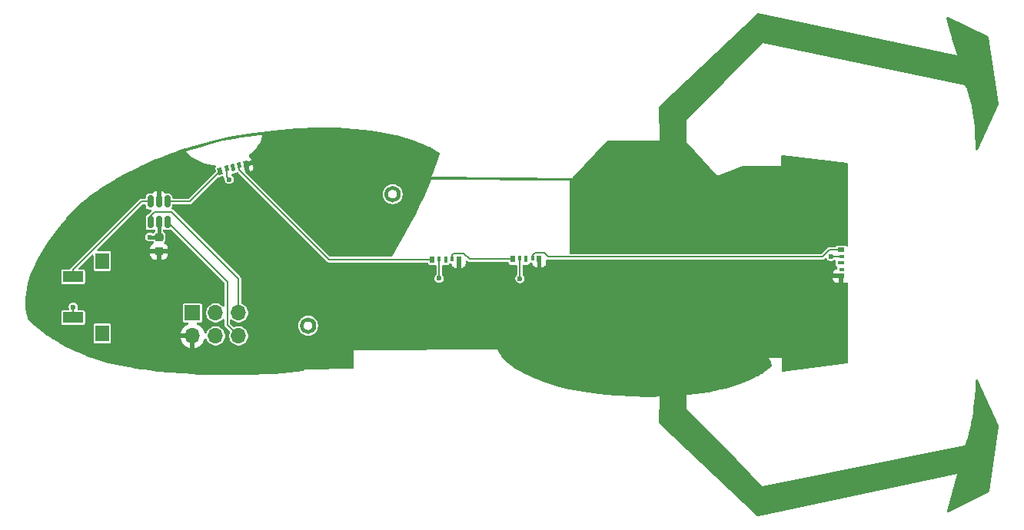
<source format=gbl>
%TF.GenerationSoftware,KiCad,Pcbnew,9.0.0*%
%TF.CreationDate,2025-03-23T17:22:46-07:00*%
%TF.ProjectId,portal-gun,706f7274-616c-42d6-9775-6e2e6b696361,rev?*%
%TF.SameCoordinates,Original*%
%TF.FileFunction,Copper,L2,Bot*%
%TF.FilePolarity,Positive*%
%FSLAX46Y46*%
G04 Gerber Fmt 4.6, Leading zero omitted, Abs format (unit mm)*
G04 Created by KiCad (PCBNEW 9.0.0) date 2025-03-23 17:22:46*
%MOMM*%
%LPD*%
G01*
G04 APERTURE LIST*
G04 Aperture macros list*
%AMRoundRect*
0 Rectangle with rounded corners*
0 $1 Rounding radius*
0 $2 $3 $4 $5 $6 $7 $8 $9 X,Y pos of 4 corners*
0 Add a 4 corners polygon primitive as box body*
4,1,4,$2,$3,$4,$5,$6,$7,$8,$9,$2,$3,0*
0 Add four circle primitives for the rounded corners*
1,1,$1+$1,$2,$3*
1,1,$1+$1,$4,$5*
1,1,$1+$1,$6,$7*
1,1,$1+$1,$8,$9*
0 Add four rect primitives between the rounded corners*
20,1,$1+$1,$2,$3,$4,$5,0*
20,1,$1+$1,$4,$5,$6,$7,0*
20,1,$1+$1,$6,$7,$8,$9,0*
20,1,$1+$1,$8,$9,$2,$3,0*%
%AMRotRect*
0 Rectangle, with rotation*
0 The origin of the aperture is its center*
0 $1 length*
0 $2 width*
0 $3 Rotation angle, in degrees counterclockwise*
0 Add horizontal line*
21,1,$1,$2,0,0,$3*%
G04 Aperture macros list end*
%TA.AperFunction,EtchedComponent*%
%ADD10C,0.400000*%
%TD*%
%TA.AperFunction,SMDPad,CuDef*%
%ADD11RoundRect,0.150000X-0.150000X0.512500X-0.150000X-0.512500X0.150000X-0.512500X0.150000X0.512500X0*%
%TD*%
%TA.AperFunction,SMDPad,CuDef*%
%ADD12R,0.500000X0.800000*%
%TD*%
%TA.AperFunction,SMDPad,CuDef*%
%ADD13R,0.400000X0.600000*%
%TD*%
%TA.AperFunction,SMDPad,CuDef*%
%ADD14R,0.400000X0.800000*%
%TD*%
%TA.AperFunction,SMDPad,CuDef*%
%ADD15R,2.200000X1.200000*%
%TD*%
%TA.AperFunction,SMDPad,CuDef*%
%ADD16R,1.510000X1.800000*%
%TD*%
%TA.AperFunction,SMDPad,CuDef*%
%ADD17R,0.800000X0.500000*%
%TD*%
%TA.AperFunction,SMDPad,CuDef*%
%ADD18R,0.600000X0.400000*%
%TD*%
%TA.AperFunction,SMDPad,CuDef*%
%ADD19R,0.800000X0.400000*%
%TD*%
%TA.AperFunction,ComponentPad*%
%ADD20R,1.700000X1.700000*%
%TD*%
%TA.AperFunction,ComponentPad*%
%ADD21O,1.700000X1.700000*%
%TD*%
%TA.AperFunction,SMDPad,CuDef*%
%ADD22RoundRect,0.225000X-0.250000X0.225000X-0.250000X-0.225000X0.250000X-0.225000X0.250000X0.225000X0*%
%TD*%
%TA.AperFunction,SMDPad,CuDef*%
%ADD23RotRect,0.500000X0.800000X195.000000*%
%TD*%
%TA.AperFunction,SMDPad,CuDef*%
%ADD24RotRect,0.400000X0.600000X195.000000*%
%TD*%
%TA.AperFunction,SMDPad,CuDef*%
%ADD25RotRect,0.400000X0.800000X195.000000*%
%TD*%
%TA.AperFunction,ViaPad*%
%ADD26C,0.600000*%
%TD*%
%TA.AperFunction,Conductor*%
%ADD27C,0.400000*%
%TD*%
%TA.AperFunction,Conductor*%
%ADD28C,0.200000*%
%TD*%
G04 APERTURE END LIST*
D10*
%TO.C,REF\u002A\u002A*%
X146925000Y-74175000D02*
G75*
G02*
X145525000Y-74175000I-700000J0D01*
G01*
X145525000Y-74175000D02*
G75*
G02*
X146925000Y-74175000I700000J0D01*
G01*
X137625000Y-88675000D02*
G75*
G02*
X136225000Y-88675000I-700000J0D01*
G01*
X136225000Y-88675000D02*
G75*
G02*
X137625000Y-88675000I700000J0D01*
G01*
%TD*%
D11*
%TO.P,U1,1,PA4*%
%TO.N,Net-(U1-PA4)*%
X119550000Y-74987500D03*
%TO.P,U1,2,GND*%
%TO.N,GND*%
X120500000Y-74987500D03*
%TO.P,U1,3,PA5*%
%TO.N,Net-(U1-PA5)*%
X121450000Y-74987500D03*
%TO.P,U1,4,PA6/7*%
%TO.N,Net-(J1-Pin_6)*%
X121450000Y-77262500D03*
%TO.P,U1,5,VDD*%
%TO.N,VDD*%
X120500000Y-77262500D03*
%TO.P,U1,6,PA3*%
%TO.N,Net-(J1-Pin_5)*%
X119550000Y-77262500D03*
%TD*%
D12*
%TO.P,U3,1,DIN*%
%TO.N,Net-(U2-DO)*%
X150607000Y-81392643D03*
D13*
%TO.P,U3,2,VDD*%
%TO.N,VDD*%
X151357000Y-81292643D03*
D14*
%TO.P,U3,3,FDIN*%
%TO.N,unconnected-(U3-FDIN-Pad3)*%
X152057000Y-81392643D03*
D13*
%TO.P,U3,4,DO*%
%TO.N,Net-(U3-DO)*%
X152757000Y-81292643D03*
D12*
%TO.P,U3,5,GND*%
%TO.N,GND*%
X153507000Y-81392643D03*
%TD*%
D15*
%TO.P,SW1,1,1*%
%TO.N,VDD*%
X111050000Y-87775000D03*
%TO.P,SW1,2,2*%
%TO.N,Net-(U1-PA4)*%
X111050000Y-83275000D03*
D16*
%TO.P,SW1,3*%
%TO.N,N/C*%
X114250000Y-89525000D03*
%TO.P,SW1,4*%
X114250000Y-81525000D03*
%TD*%
D17*
%TO.P,U5,1,DIN*%
%TO.N,Net-(U4-DO)*%
X195625000Y-80300000D03*
D18*
%TO.P,U5,2,VDD*%
%TO.N,VDD*%
X195725000Y-81050000D03*
D19*
%TO.P,U5,3,FDIN*%
%TO.N,unconnected-(U5-FDIN-Pad3)*%
X195625000Y-81750000D03*
D18*
%TO.P,U5,4,DO*%
%TO.N,unconnected-(U5-DO-Pad4)*%
X195725000Y-82450000D03*
D17*
%TO.P,U5,5,GND*%
%TO.N,GND*%
X195625000Y-83200000D03*
%TD*%
D20*
%TO.P,J1,1,Pin_1*%
%TO.N,VDD*%
X124195000Y-87260000D03*
D21*
%TO.P,J1,2,Pin_2*%
%TO.N,GND*%
X124195000Y-89800000D03*
%TO.P,J1,3,Pin_3*%
%TO.N,unconnected-(J1-Pin_3-Pad3)*%
X126735000Y-87260000D03*
%TO.P,J1,4,Pin_4*%
%TO.N,unconnected-(J1-Pin_4-Pad4)*%
X126735000Y-89800000D03*
%TO.P,J1,5,Pin_5*%
%TO.N,Net-(J1-Pin_5)*%
X129275000Y-87260000D03*
%TO.P,J1,6,Pin_6*%
%TO.N,Net-(J1-Pin_6)*%
X129275000Y-89800000D03*
%TD*%
D22*
%TO.P,C1,1*%
%TO.N,VDD*%
X120500000Y-78925000D03*
%TO.P,C1,2*%
%TO.N,GND*%
X120500000Y-80475000D03*
%TD*%
D12*
%TO.P,U4,1,DIN*%
%TO.N,Net-(U3-DO)*%
X159482000Y-81342643D03*
D13*
%TO.P,U4,2,VDD*%
%TO.N,VDD*%
X160232000Y-81242643D03*
D14*
%TO.P,U4,3,FDIN*%
%TO.N,unconnected-(U4-FDIN-Pad3)*%
X160932000Y-81342643D03*
D13*
%TO.P,U4,4,DO*%
%TO.N,Net-(U4-DO)*%
X161632000Y-81242643D03*
D12*
%TO.P,U4,5,GND*%
%TO.N,GND*%
X162382000Y-81342643D03*
%TD*%
D23*
%TO.P,U2,1,DIN*%
%TO.N,Net-(U1-PA5)*%
X127244349Y-71641227D03*
D24*
%TO.P,U2,2,VDD*%
%TO.N,VDD*%
X127942911Y-71350520D03*
D25*
%TO.P,U2,3,FDIN*%
%TO.N,unconnected-(U2-FDIN-Pad3)*%
X128644941Y-71265939D03*
D24*
%TO.P,U2,4,DO*%
%TO.N,Net-(U2-DO)*%
X129295207Y-70988173D03*
D23*
%TO.P,U2,5,GND*%
%TO.N,GND*%
X130045533Y-70890652D03*
%TD*%
D26*
%TO.N,VDD*%
X119500000Y-78900000D03*
X128225000Y-72550000D03*
X111050000Y-86600000D03*
X151350000Y-83450000D03*
X160250000Y-83475000D03*
X194500000Y-81050000D03*
%TD*%
D27*
%TO.N,VDD*%
X119525000Y-78925000D02*
X119500000Y-78900000D01*
X120500000Y-78925000D02*
X119525000Y-78925000D01*
D28*
%TO.N,Net-(U4-DO)*%
X194330761Y-80300000D02*
X195625000Y-80300000D01*
X193555761Y-81075000D02*
X194330761Y-80300000D01*
X163375000Y-81075000D02*
X193555761Y-81075000D01*
X161908357Y-80641643D02*
X162941643Y-80641643D01*
X161632000Y-81242643D02*
X161632000Y-80918000D01*
X161632000Y-80918000D02*
X161908357Y-80641643D01*
X162941643Y-80641643D02*
X163375000Y-81075000D01*
%TO.N,Net-(U3-DO)*%
X154058000Y-80691643D02*
X154709000Y-81342643D01*
X152956000Y-80691643D02*
X154058000Y-80691643D01*
X152757000Y-80890643D02*
X152956000Y-80691643D01*
X152757000Y-81292643D02*
X152757000Y-80890643D01*
X154709000Y-81342643D02*
X159482000Y-81342643D01*
%TO.N,VDD*%
X127942911Y-72267911D02*
X128225000Y-72550000D01*
X127942911Y-71350520D02*
X127942911Y-72267911D01*
X111050000Y-87775000D02*
X111050000Y-86600000D01*
%TO.N,Net-(U1-PA4)*%
X111050000Y-82470000D02*
X118532500Y-74987500D01*
X118532500Y-74987500D02*
X119550000Y-74987500D01*
X111050000Y-83275000D02*
X111050000Y-82470000D01*
%TO.N,Net-(J1-Pin_6)*%
X128025000Y-88550000D02*
X128025000Y-83837500D01*
X129275000Y-89800000D02*
X128025000Y-88550000D01*
X128025000Y-83837500D02*
X121450000Y-77262500D01*
%TO.N,Net-(U1-PA5)*%
X121462500Y-74975000D02*
X123910576Y-74975000D01*
X121450000Y-74987500D02*
X121462500Y-74975000D01*
X123910576Y-74975000D02*
X127244349Y-71641227D01*
%TO.N,Net-(J1-Pin_5)*%
X129275000Y-87260000D02*
X129275000Y-83500000D01*
X120025001Y-76125000D02*
X119550000Y-76600001D01*
X121900000Y-76125000D02*
X120025001Y-76125000D01*
X119550000Y-76600001D02*
X119550000Y-77262500D01*
X129275000Y-83500000D02*
X121900000Y-76125000D01*
D27*
%TO.N,VDD*%
X120500000Y-77262500D02*
X120500000Y-78925000D01*
D28*
X151357000Y-81292643D02*
X151357000Y-83443000D01*
X151357000Y-83443000D02*
X151350000Y-83450000D01*
X160232000Y-83457000D02*
X160250000Y-83475000D01*
X160232000Y-81242643D02*
X160232000Y-83457000D01*
X195725000Y-81050000D02*
X194500000Y-81050000D01*
%TO.N,Net-(U2-DO)*%
X129295207Y-70988173D02*
X129295207Y-71445207D01*
X139242643Y-81392643D02*
X150607000Y-81392643D01*
X129295207Y-71445207D02*
X139242643Y-81392643D01*
%TD*%
%TA.AperFunction,Conductor*%
%TO.N,GND*%
G36*
X186455807Y-54231648D02*
G01*
X186479804Y-54234357D01*
X208390487Y-58904733D01*
X208398047Y-58907523D01*
X208401524Y-58907871D01*
X208401525Y-58907871D01*
X208408118Y-58908529D01*
X208408120Y-58908531D01*
X208408122Y-58908530D01*
X208408439Y-58908562D01*
X208408618Y-58908302D01*
X208408622Y-58908300D01*
X208408622Y-58908295D01*
X208408698Y-58908187D01*
X208408712Y-58908051D01*
X208408714Y-58908049D01*
X208408713Y-58908046D01*
X208408838Y-58906881D01*
X208407539Y-58901447D01*
X208406886Y-58897845D01*
X208403531Y-58890566D01*
X207836627Y-56978176D01*
X207835481Y-56974051D01*
X207830788Y-56955948D01*
X207830844Y-56954175D01*
X207829592Y-56949919D01*
X207825997Y-56942132D01*
X207402443Y-55498108D01*
X207401296Y-55493925D01*
X207396633Y-55475671D01*
X207396693Y-55473954D01*
X207394828Y-55467419D01*
X207391653Y-55460394D01*
X207212176Y-54816824D01*
X207207804Y-54790293D01*
X207207174Y-54778777D01*
X207207993Y-54775293D01*
X207207926Y-54774798D01*
X207208275Y-54769838D01*
X207207343Y-54762637D01*
X207207348Y-54762571D01*
X207207648Y-54759222D01*
X207207658Y-54759125D01*
X207211721Y-54749191D01*
X207211535Y-54739061D01*
X207219578Y-54726021D01*
X207223167Y-54710763D01*
X207230241Y-54703921D01*
X207234113Y-54694458D01*
X207242832Y-54688328D01*
X207248219Y-54679597D01*
X207262443Y-54672780D01*
X207273393Y-54662192D01*
X207282646Y-54660340D01*
X207290992Y-54654474D01*
X207291124Y-54654429D01*
X207303356Y-54653175D01*
X207311228Y-54649404D01*
X207339956Y-54648874D01*
X207341905Y-54648485D01*
X207342766Y-54648823D01*
X207346516Y-54648754D01*
X207346556Y-54648759D01*
X207352861Y-54650837D01*
X207356585Y-54651275D01*
X207396445Y-54662965D01*
X211757561Y-56789010D01*
X211779241Y-56802506D01*
X211788657Y-56809813D01*
X211789621Y-56811148D01*
X211805397Y-56825488D01*
X211805452Y-56825550D01*
X211818707Y-56843522D01*
X211818798Y-56843672D01*
X211829831Y-56867054D01*
X211833623Y-56877897D01*
X211830234Y-56879081D01*
X211830323Y-56880729D01*
X211839418Y-56900047D01*
X212974997Y-64161177D01*
X212976360Y-64185936D01*
X212975816Y-64197971D01*
X212972597Y-64220981D01*
X212969837Y-64232621D01*
X212961711Y-64256100D01*
X210648156Y-69254235D01*
X210634073Y-69274432D01*
X210633015Y-69277850D01*
X210624637Y-69287966D01*
X210623412Y-69289724D01*
X210622057Y-69291081D01*
X210616335Y-69297992D01*
X210616250Y-69298075D01*
X210612590Y-69300016D01*
X210609510Y-69304178D01*
X210609422Y-69304252D01*
X210581594Y-69316465D01*
X210554533Y-69330827D01*
X210549779Y-69330430D01*
X210545444Y-69332333D01*
X210515425Y-69327562D01*
X210484905Y-69325014D01*
X210481120Y-69322109D01*
X210476440Y-69321366D01*
X210453731Y-69301093D01*
X210429474Y-69282479D01*
X210426565Y-69276840D01*
X210424319Y-69274835D01*
X210422906Y-69269747D01*
X210411982Y-69248568D01*
X210411979Y-69248559D01*
X210411431Y-69244599D01*
X210410663Y-69242499D01*
X210403114Y-69199002D01*
X210403706Y-69115814D01*
X210407836Y-68535531D01*
X210408000Y-68513461D01*
X210408002Y-68513460D01*
X210408000Y-68513426D01*
X210408019Y-68510990D01*
X210408028Y-68510958D01*
X210408024Y-68510532D01*
X210408199Y-68494741D01*
X210407331Y-68490632D01*
X210385250Y-67739028D01*
X210385256Y-67739023D01*
X210385245Y-67738826D01*
X210385239Y-67738622D01*
X210385237Y-67738620D01*
X210385195Y-67737179D01*
X210385195Y-67737177D01*
X210384675Y-67719471D01*
X210384003Y-67716624D01*
X210360864Y-67302892D01*
X210359169Y-67272566D01*
X210359172Y-67272565D01*
X210359162Y-67272432D01*
X210359088Y-67271103D01*
X210359089Y-67271098D01*
X210359081Y-67270976D01*
X210357943Y-67250232D01*
X210357270Y-67247811D01*
X210320024Y-66762857D01*
X210320028Y-66762853D01*
X210320010Y-66762673D01*
X210319993Y-66762452D01*
X210319992Y-66762451D01*
X210319899Y-66761236D01*
X210319899Y-66761235D01*
X210318377Y-66741453D01*
X210317630Y-66738930D01*
X210268135Y-66245018D01*
X210268134Y-66245004D01*
X210265447Y-66218161D01*
X210265449Y-66218160D01*
X210265440Y-66218092D01*
X210265264Y-66216331D01*
X210265265Y-66216321D01*
X210265238Y-66216078D01*
X210263262Y-66195923D01*
X210262253Y-66192928D01*
X210251265Y-66106153D01*
X210195592Y-65666482D01*
X210193040Y-65646304D01*
X210193043Y-65646302D01*
X210193029Y-65646216D01*
X210192785Y-65644284D01*
X210192787Y-65644269D01*
X210192753Y-65644026D01*
X210190789Y-65628234D01*
X210189708Y-65625017D01*
X210104467Y-65080956D01*
X210103949Y-65077647D01*
X210100437Y-65055214D01*
X210100441Y-65055211D01*
X210100422Y-65055115D01*
X210100082Y-65052940D01*
X210100084Y-65052921D01*
X210100039Y-65052661D01*
X210097318Y-65035017D01*
X210095896Y-65031439D01*
X210008334Y-64573364D01*
X209989757Y-64476179D01*
X209985263Y-64452636D01*
X209985265Y-64452634D01*
X209985252Y-64452581D01*
X209984776Y-64450084D01*
X209984778Y-64450062D01*
X209984715Y-64449764D01*
X209981810Y-64434327D01*
X209980129Y-64430413D01*
X209845185Y-63846534D01*
X209845191Y-63846524D01*
X209845141Y-63846344D01*
X209845095Y-63846145D01*
X209845094Y-63846144D01*
X209844528Y-63843694D01*
X209841365Y-63830010D01*
X209839483Y-63825995D01*
X209683910Y-63266380D01*
X209677664Y-63243885D01*
X209677665Y-63243884D01*
X209677655Y-63243854D01*
X209676987Y-63241447D01*
X209676987Y-63241425D01*
X209676896Y-63241119D01*
X209672973Y-63226841D01*
X209671061Y-63223159D01*
X209588655Y-62964497D01*
X209583342Y-62947814D01*
X209583344Y-62947811D01*
X209583317Y-62947734D01*
X209582759Y-62945982D01*
X209582758Y-62945969D01*
X209582693Y-62945773D01*
X209577560Y-62929558D01*
X209575995Y-62926762D01*
X209489669Y-62679482D01*
X209487797Y-62674119D01*
X209481130Y-62655014D01*
X209481133Y-62655011D01*
X209481095Y-62654913D01*
X209480455Y-62653078D01*
X209480454Y-62653066D01*
X209480390Y-62652890D01*
X209474787Y-62636752D01*
X209473031Y-62633842D01*
X209379940Y-62390611D01*
X209379932Y-62390590D01*
X209371018Y-62367288D01*
X209371020Y-62367286D01*
X209370996Y-62367229D01*
X209370232Y-62365232D01*
X209370230Y-62365213D01*
X209370122Y-62364943D01*
X209364144Y-62349199D01*
X209362119Y-62346092D01*
X209282850Y-62157333D01*
X209282811Y-62157240D01*
X209277681Y-62144996D01*
X209277688Y-62144964D01*
X209277631Y-62144878D01*
X209277547Y-62144676D01*
X209275197Y-62143064D01*
X209264738Y-62141963D01*
X186998735Y-57497321D01*
X186987940Y-57495070D01*
X186987896Y-57495027D01*
X186987744Y-57495029D01*
X186987595Y-57494998D01*
X186987591Y-57495000D01*
X186987566Y-57494995D01*
X186985544Y-57495863D01*
X186979630Y-57503118D01*
X178638710Y-66092857D01*
X178638707Y-66092861D01*
X178626140Y-66105804D01*
X178625979Y-66105965D01*
X178625978Y-66105970D01*
X178625976Y-66105974D01*
X178625978Y-66106153D01*
X178625955Y-66116418D01*
X178625955Y-66116420D01*
X178620878Y-68447292D01*
X178620877Y-68447763D01*
X178620873Y-68449986D01*
X178620864Y-68450183D01*
X178620873Y-68450192D01*
X178620873Y-68450206D01*
X178620877Y-68450210D01*
X178620877Y-68450253D01*
X178620911Y-68450339D01*
X178622891Y-68452418D01*
X178798262Y-68645768D01*
X181982317Y-72156250D01*
X181987528Y-72161995D01*
X181999571Y-72175276D01*
X181999613Y-72175378D01*
X181999695Y-72175412D01*
X181999809Y-72175538D01*
X181999991Y-72175539D01*
X181999994Y-72175541D01*
X181999996Y-72175540D01*
X182000180Y-72175542D01*
X182001602Y-72174998D01*
X182018021Y-72169088D01*
X182021334Y-72167004D01*
X184739575Y-71079706D01*
X184761298Y-71073249D01*
X184862638Y-71052981D01*
X184887698Y-71050576D01*
X188974282Y-71075193D01*
X188975018Y-71075414D01*
X189013028Y-71075479D01*
X189023904Y-71076565D01*
X189025202Y-71075500D01*
X189025204Y-71075501D01*
X189025204Y-71075500D01*
X189025205Y-71075501D01*
X189025220Y-71075485D01*
X189025498Y-71075258D01*
X189025498Y-71075209D01*
X189025499Y-71075209D01*
X189029878Y-70027699D01*
X189033333Y-69999152D01*
X189035875Y-69988612D01*
X189038117Y-69984715D01*
X189041957Y-69969992D01*
X189041977Y-69969944D01*
X189049126Y-69955508D01*
X189049137Y-69955489D01*
X189061960Y-69943291D01*
X189070729Y-69928056D01*
X189086614Y-69919839D01*
X189099762Y-69907333D01*
X189109750Y-69902747D01*
X189109964Y-69902660D01*
X189125820Y-69899560D01*
X189132788Y-69895956D01*
X189140527Y-69896684D01*
X189156664Y-69893530D01*
X189164463Y-69893530D01*
X189164463Y-69895705D01*
X189182003Y-69893252D01*
X196278861Y-70744873D01*
X196301931Y-70749908D01*
X196314350Y-70753889D01*
X196317164Y-70755796D01*
X196318409Y-70756321D01*
X196324028Y-70757441D01*
X196324228Y-70757524D01*
X196347974Y-70776686D01*
X196372181Y-70793098D01*
X196374216Y-70797862D01*
X196378602Y-70801401D01*
X196396114Y-70838647D01*
X196396201Y-70838958D01*
X196396685Y-70844995D01*
X196398384Y-70850971D01*
X196399095Y-70856089D01*
X196399633Y-70857348D01*
X196399433Y-70858526D01*
X196403110Y-70884980D01*
X196395822Y-79835413D01*
X196376083Y-79902436D01*
X196323242Y-79948148D01*
X196254075Y-79958035D01*
X196190543Y-79928959D01*
X196171789Y-79907684D01*
X196169553Y-79905448D01*
X196103230Y-79861132D01*
X196103229Y-79861131D01*
X196044752Y-79849500D01*
X196044748Y-79849500D01*
X195205252Y-79849500D01*
X195205247Y-79849500D01*
X195146770Y-79861131D01*
X195146769Y-79861132D01*
X195080446Y-79905448D01*
X195054425Y-79944392D01*
X195000813Y-79989196D01*
X194951324Y-79999500D01*
X194291199Y-79999500D01*
X194214771Y-80019978D01*
X194146250Y-80059540D01*
X194146247Y-80059542D01*
X193467609Y-80738181D01*
X193406286Y-80771666D01*
X193379928Y-80774500D01*
X165828759Y-80774500D01*
X165761720Y-80754815D01*
X165715965Y-80702011D01*
X165704759Y-80650500D01*
X165704759Y-72687787D01*
X165704519Y-72687546D01*
X150524957Y-72606563D01*
X149701467Y-74417385D01*
X149700620Y-74419208D01*
X149252461Y-75363742D01*
X149251614Y-75365491D01*
X148763751Y-76353420D01*
X148762750Y-76355403D01*
X148223962Y-77398946D01*
X148222857Y-77401037D01*
X147621795Y-78512674D01*
X147620636Y-78514769D01*
X146945950Y-79706957D01*
X146944779Y-79708981D01*
X146163203Y-81031240D01*
X146112145Y-81078935D01*
X146056457Y-81092143D01*
X139418476Y-81092143D01*
X139351437Y-81072458D01*
X139330795Y-81055824D01*
X132363360Y-74088389D01*
X145124500Y-74088389D01*
X145124500Y-74261610D01*
X145149316Y-74418297D01*
X145151598Y-74432701D01*
X145205127Y-74597445D01*
X145283768Y-74751788D01*
X145385586Y-74891928D01*
X145508072Y-75014414D01*
X145648212Y-75116232D01*
X145802555Y-75194873D01*
X145967299Y-75248402D01*
X146138389Y-75275500D01*
X146138390Y-75275500D01*
X146311610Y-75275500D01*
X146311611Y-75275500D01*
X146482701Y-75248402D01*
X146647445Y-75194873D01*
X146801788Y-75116232D01*
X146941928Y-75014414D01*
X147064414Y-74891928D01*
X147166232Y-74751788D01*
X147244873Y-74597445D01*
X147298402Y-74432701D01*
X147325500Y-74261611D01*
X147325500Y-74088389D01*
X147298402Y-73917299D01*
X147244873Y-73752555D01*
X147166232Y-73598212D01*
X147064414Y-73458072D01*
X146941928Y-73335586D01*
X146801788Y-73233768D01*
X146647445Y-73155127D01*
X146482701Y-73101598D01*
X146482699Y-73101597D01*
X146482698Y-73101597D01*
X146351271Y-73080781D01*
X146311611Y-73074500D01*
X146138389Y-73074500D01*
X146098728Y-73080781D01*
X145967302Y-73101597D01*
X145802552Y-73155128D01*
X145648211Y-73233768D01*
X145568256Y-73291859D01*
X145508072Y-73335586D01*
X145508070Y-73335588D01*
X145508069Y-73335588D01*
X145385588Y-73458069D01*
X145385588Y-73458070D01*
X145385586Y-73458072D01*
X145341859Y-73518256D01*
X145283768Y-73598211D01*
X145205128Y-73752552D01*
X145151597Y-73917302D01*
X145124500Y-74088389D01*
X132363360Y-74088389D01*
X130037543Y-71762572D01*
X130005449Y-71706984D01*
X129837986Y-71082002D01*
X129837986Y-71082001D01*
X129836145Y-71075130D01*
X129836328Y-71067428D01*
X130351718Y-71067428D01*
X130519951Y-71695280D01*
X130566146Y-71682903D01*
X130566150Y-71682902D01*
X130622013Y-71661305D01*
X130622015Y-71661304D01*
X130739126Y-71577909D01*
X130739129Y-71577906D01*
X130828007Y-71464887D01*
X130881443Y-71331414D01*
X130881445Y-71331405D01*
X130895112Y-71188287D01*
X130895111Y-71188280D01*
X130885886Y-71129118D01*
X130834681Y-70938019D01*
X130351718Y-71067428D01*
X129836328Y-71067428D01*
X129837808Y-71005280D01*
X129876971Y-70947418D01*
X129923826Y-70923263D01*
X130045532Y-70890651D01*
X130012921Y-70768946D01*
X130014584Y-70699096D01*
X130053746Y-70641233D01*
X130100602Y-70617077D01*
X130705271Y-70455055D01*
X130654073Y-70263978D01*
X130654066Y-70263956D01*
X130632476Y-70208110D01*
X130549073Y-70090986D01*
X130549072Y-70090985D01*
X130443341Y-70007839D01*
X130402812Y-69950926D01*
X130399487Y-69881135D01*
X130434421Y-69820626D01*
X130450549Y-69807638D01*
X130458018Y-69802591D01*
X130632649Y-69672022D01*
X130792112Y-69540279D01*
X130937095Y-69408010D01*
X131068289Y-69275865D01*
X131186381Y-69144493D01*
X131292062Y-69014543D01*
X131386020Y-68886665D01*
X131541526Y-68639719D01*
X131658410Y-68408849D01*
X131660441Y-68403766D01*
X131662597Y-68398702D01*
X131662922Y-68397981D01*
X131662929Y-68397969D01*
X131746706Y-68188369D01*
X131802887Y-68005231D01*
X131836988Y-67853751D01*
X131854519Y-67739120D01*
X131861929Y-67641183D01*
X131861928Y-67641183D01*
X131681970Y-67663242D01*
X131388450Y-67699223D01*
X131388427Y-67699225D01*
X131388419Y-67699227D01*
X131087012Y-67738873D01*
X130240432Y-67850229D01*
X129541168Y-67949760D01*
X129064725Y-68022940D01*
X128826509Y-68059529D01*
X128147505Y-68175209D01*
X127555306Y-68292454D01*
X126988228Y-68428934D01*
X126345677Y-68601852D01*
X125020461Y-68989635D01*
X123511551Y-69462053D01*
X123508593Y-69472443D01*
X123508594Y-69472444D01*
X123584352Y-69560110D01*
X123678380Y-69658982D01*
X123748377Y-69726401D01*
X123809233Y-69785017D01*
X123809248Y-69785031D01*
X123976504Y-69931108D01*
X124179692Y-70090068D01*
X124294626Y-70172150D01*
X124418373Y-70254776D01*
X124433193Y-70263978D01*
X124540273Y-70330467D01*
X124550898Y-70337064D01*
X124692107Y-70418099D01*
X124841971Y-70497004D01*
X124841978Y-70497007D01*
X124841985Y-70497011D01*
X125000451Y-70572894D01*
X125167454Y-70644859D01*
X125342940Y-70712014D01*
X125526853Y-70773465D01*
X125719137Y-70828320D01*
X125919735Y-70875687D01*
X126128592Y-70914673D01*
X126345652Y-70944386D01*
X126570859Y-70963932D01*
X126672213Y-70967619D01*
X126738492Y-70989728D01*
X126782297Y-71044161D01*
X126789719Y-71113635D01*
X126760934Y-71173294D01*
X126722301Y-71217347D01*
X126696661Y-71292876D01*
X126700561Y-71352379D01*
X126768181Y-71604742D01*
X126766518Y-71674592D01*
X126736087Y-71724516D01*
X123822424Y-74638181D01*
X123761101Y-74671666D01*
X123734743Y-74674500D01*
X122074500Y-74674500D01*
X122007461Y-74654815D01*
X121961706Y-74602011D01*
X121950500Y-74550500D01*
X121950500Y-74441739D01*
X121940573Y-74373608D01*
X121940573Y-74373607D01*
X121889198Y-74268517D01*
X121889196Y-74268515D01*
X121889196Y-74268514D01*
X121806485Y-74185803D01*
X121701391Y-74134426D01*
X121633261Y-74124500D01*
X121633260Y-74124500D01*
X121268033Y-74124500D01*
X121200994Y-74104815D01*
X121170051Y-74076497D01*
X121167679Y-74073439D01*
X121051561Y-73957321D01*
X121051552Y-73957314D01*
X120910196Y-73873717D01*
X120910193Y-73873716D01*
X120752494Y-73827900D01*
X120752497Y-73827900D01*
X120750000Y-73827703D01*
X120750000Y-74863500D01*
X120730315Y-74930539D01*
X120677511Y-74976294D01*
X120626000Y-74987500D01*
X120374000Y-74987500D01*
X120306961Y-74967815D01*
X120261206Y-74915011D01*
X120250000Y-74863500D01*
X120250000Y-73827703D01*
X120247503Y-73827900D01*
X120089806Y-73873716D01*
X120089803Y-73873717D01*
X119948447Y-73957314D01*
X119948442Y-73957318D01*
X119832316Y-74073445D01*
X119829944Y-74076504D01*
X119827475Y-74078286D01*
X119826802Y-74078960D01*
X119826693Y-74078851D01*
X119773300Y-74117409D01*
X119731967Y-74124500D01*
X119366739Y-74124500D01*
X119298608Y-74134426D01*
X119193514Y-74185803D01*
X119110803Y-74268514D01*
X119059426Y-74373608D01*
X119049500Y-74441739D01*
X119049500Y-74563000D01*
X119029815Y-74630039D01*
X118977011Y-74675794D01*
X118925500Y-74687000D01*
X118492938Y-74687000D01*
X118462367Y-74695191D01*
X118416508Y-74707479D01*
X118416507Y-74707480D01*
X118369641Y-74734539D01*
X118369640Y-74734539D01*
X118347995Y-74747035D01*
X118347987Y-74747041D01*
X110809541Y-82285487D01*
X110809535Y-82285495D01*
X110769982Y-82354004D01*
X110769979Y-82354011D01*
X110762319Y-82382595D01*
X110725956Y-82442254D01*
X110663110Y-82472783D01*
X110642546Y-82474500D01*
X109930247Y-82474500D01*
X109871770Y-82486131D01*
X109871769Y-82486132D01*
X109805447Y-82530447D01*
X109761132Y-82596769D01*
X109761131Y-82596770D01*
X109749500Y-82655247D01*
X109749500Y-83894752D01*
X109761131Y-83953229D01*
X109761132Y-83953230D01*
X109805447Y-84019552D01*
X109871769Y-84063867D01*
X109871770Y-84063868D01*
X109930247Y-84075499D01*
X109930250Y-84075500D01*
X109930252Y-84075500D01*
X112169750Y-84075500D01*
X112169751Y-84075499D01*
X112184568Y-84072552D01*
X112228229Y-84063868D01*
X112228229Y-84063867D01*
X112228231Y-84063867D01*
X112294552Y-84019552D01*
X112338867Y-83953231D01*
X112338867Y-83953229D01*
X112338868Y-83953229D01*
X112350499Y-83894752D01*
X112350500Y-83894750D01*
X112350500Y-82655249D01*
X112350499Y-82655247D01*
X112338868Y-82596770D01*
X112338867Y-82596769D01*
X112294552Y-82530447D01*
X112228230Y-82486132D01*
X112228229Y-82486131D01*
X112169752Y-82474500D01*
X112169748Y-82474500D01*
X111769833Y-82474500D01*
X111702794Y-82454815D01*
X111657039Y-82402011D01*
X111647095Y-82332853D01*
X111676120Y-82269297D01*
X111682152Y-82262819D01*
X113082819Y-80862152D01*
X113144142Y-80828667D01*
X113213834Y-80833651D01*
X113269767Y-80875523D01*
X113294184Y-80940987D01*
X113294500Y-80949833D01*
X113294500Y-82444752D01*
X113306131Y-82503229D01*
X113306132Y-82503230D01*
X113350447Y-82569552D01*
X113416769Y-82613867D01*
X113416770Y-82613868D01*
X113475247Y-82625499D01*
X113475250Y-82625500D01*
X113475252Y-82625500D01*
X115024750Y-82625500D01*
X115024751Y-82625499D01*
X115039568Y-82622552D01*
X115083229Y-82613868D01*
X115083229Y-82613867D01*
X115083231Y-82613867D01*
X115149552Y-82569552D01*
X115193867Y-82503231D01*
X115193867Y-82503229D01*
X115193868Y-82503229D01*
X115203182Y-82456403D01*
X115205500Y-82444748D01*
X115205500Y-80748322D01*
X119525001Y-80748322D01*
X119535144Y-80847607D01*
X119588452Y-81008481D01*
X119588457Y-81008492D01*
X119677424Y-81152728D01*
X119677427Y-81152732D01*
X119797267Y-81272572D01*
X119797271Y-81272575D01*
X119941507Y-81361542D01*
X119941518Y-81361547D01*
X120102393Y-81414855D01*
X120201683Y-81424999D01*
X120750000Y-81424999D01*
X120798308Y-81424999D01*
X120798322Y-81424998D01*
X120897607Y-81414855D01*
X121058481Y-81361547D01*
X121058492Y-81361542D01*
X121202728Y-81272575D01*
X121202732Y-81272572D01*
X121322572Y-81152732D01*
X121322575Y-81152728D01*
X121411542Y-81008492D01*
X121411547Y-81008481D01*
X121464855Y-80847606D01*
X121474999Y-80748322D01*
X121475000Y-80748309D01*
X121475000Y-80725000D01*
X120750000Y-80725000D01*
X120750000Y-81424999D01*
X120201683Y-81424999D01*
X120249999Y-81424998D01*
X120250000Y-81424998D01*
X120250000Y-80725000D01*
X119525001Y-80725000D01*
X119525001Y-80748322D01*
X115205500Y-80748322D01*
X115205500Y-80605252D01*
X115205500Y-80605249D01*
X115205499Y-80605247D01*
X115193868Y-80546770D01*
X115193867Y-80546769D01*
X115149552Y-80480447D01*
X115083230Y-80436132D01*
X115083229Y-80436131D01*
X115024752Y-80424500D01*
X115024748Y-80424500D01*
X113819833Y-80424500D01*
X113752794Y-80404815D01*
X113707039Y-80352011D01*
X113697095Y-80282853D01*
X113726120Y-80219297D01*
X113732152Y-80212819D01*
X118620652Y-75324319D01*
X118647579Y-75309615D01*
X118673398Y-75293023D01*
X118679598Y-75292131D01*
X118681975Y-75290834D01*
X118708333Y-75288000D01*
X118925500Y-75288000D01*
X118992539Y-75307685D01*
X119038294Y-75360489D01*
X119049500Y-75412000D01*
X119049500Y-75533260D01*
X119059426Y-75601391D01*
X119110803Y-75706485D01*
X119193514Y-75789196D01*
X119193515Y-75789196D01*
X119193517Y-75789198D01*
X119298607Y-75840573D01*
X119328840Y-75844978D01*
X119366739Y-75850500D01*
X119575167Y-75850500D01*
X119642206Y-75870185D01*
X119687961Y-75922989D01*
X119697905Y-75992147D01*
X119668880Y-76055703D01*
X119662848Y-76062181D01*
X119490928Y-76234102D01*
X119365489Y-76359541D01*
X119352322Y-76372707D01*
X119344921Y-76380108D01*
X119306359Y-76403360D01*
X119307258Y-76405198D01*
X119193514Y-76460803D01*
X119110803Y-76543514D01*
X119059426Y-76648608D01*
X119049500Y-76716739D01*
X119049500Y-77808260D01*
X119059426Y-77876391D01*
X119110803Y-77981485D01*
X119193514Y-78064196D01*
X119193515Y-78064196D01*
X119193517Y-78064198D01*
X119298607Y-78115573D01*
X119330048Y-78120154D01*
X119366739Y-78125500D01*
X119366740Y-78125500D01*
X119733261Y-78125500D01*
X119755971Y-78122191D01*
X119801393Y-78115573D01*
X119906483Y-78064198D01*
X119906483Y-78064197D01*
X119915714Y-78059685D01*
X119916391Y-78061071D01*
X119923989Y-78054489D01*
X119947245Y-78051145D01*
X119969440Y-78043431D01*
X119981186Y-78046264D01*
X119993147Y-78044545D01*
X120014521Y-78054306D01*
X120037361Y-78059816D01*
X120045710Y-78068549D01*
X120056703Y-78073570D01*
X120069407Y-78093338D01*
X120085642Y-78110321D01*
X120088883Y-78123643D01*
X120094477Y-78132348D01*
X120099500Y-78167283D01*
X120099500Y-78223146D01*
X120079815Y-78290185D01*
X120031796Y-78333630D01*
X119996781Y-78351471D01*
X119996778Y-78351473D01*
X119900864Y-78447387D01*
X119839541Y-78480871D01*
X119769849Y-78475887D01*
X119751183Y-78467092D01*
X119693189Y-78433609D01*
X119693186Y-78433608D01*
X119565892Y-78399500D01*
X119434108Y-78399500D01*
X119306812Y-78433608D01*
X119192686Y-78499500D01*
X119192683Y-78499502D01*
X119099502Y-78592683D01*
X119099500Y-78592686D01*
X119033608Y-78706812D01*
X118999500Y-78834108D01*
X118999500Y-78965891D01*
X119033608Y-79093187D01*
X119066554Y-79150250D01*
X119099500Y-79207314D01*
X119192686Y-79300500D01*
X119306814Y-79366392D01*
X119434108Y-79400500D01*
X119434110Y-79400500D01*
X119565890Y-79400500D01*
X119565892Y-79400500D01*
X119693186Y-79366392D01*
X119726466Y-79347177D01*
X119794364Y-79330705D01*
X119860391Y-79353557D01*
X119885253Y-79377053D01*
X119893187Y-79386960D01*
X119901472Y-79403220D01*
X119925256Y-79427004D01*
X119929531Y-79432342D01*
X119940311Y-79458593D01*
X119953909Y-79483496D01*
X119953408Y-79490488D01*
X119956072Y-79496974D01*
X119950949Y-79524883D01*
X119948925Y-79553188D01*
X119944723Y-79558800D01*
X119943458Y-79565696D01*
X119924055Y-79586408D01*
X119907053Y-79609121D01*
X119897841Y-79615392D01*
X119797268Y-79677426D01*
X119677427Y-79797267D01*
X119677424Y-79797271D01*
X119588457Y-79941507D01*
X119588452Y-79941518D01*
X119535144Y-80102393D01*
X119525000Y-80201677D01*
X119525000Y-80225000D01*
X121474999Y-80225000D01*
X121474999Y-80201692D01*
X121474998Y-80201677D01*
X121464855Y-80102392D01*
X121411547Y-79941518D01*
X121411542Y-79941507D01*
X121322575Y-79797271D01*
X121322572Y-79797267D01*
X121202732Y-79677427D01*
X121202728Y-79677424D01*
X121102159Y-79615392D01*
X121055434Y-79563444D01*
X121044213Y-79494482D01*
X121072056Y-79430400D01*
X121079565Y-79422182D01*
X121098528Y-79403220D01*
X121159719Y-79283126D01*
X121159720Y-79283121D01*
X121175500Y-79183493D01*
X121175500Y-78666506D01*
X121159720Y-78566878D01*
X121159719Y-78566876D01*
X121159719Y-78566874D01*
X121098528Y-78446780D01*
X121098526Y-78446778D01*
X121098523Y-78446774D01*
X121003225Y-78351476D01*
X121003221Y-78351473D01*
X121003220Y-78351472D01*
X121000915Y-78350297D01*
X120968204Y-78333630D01*
X120957140Y-78323181D01*
X120943297Y-78316859D01*
X120932255Y-78299677D01*
X120917408Y-78285655D01*
X120913166Y-78269974D01*
X120905523Y-78258081D01*
X120900500Y-78223146D01*
X120900500Y-78167283D01*
X120920185Y-78100244D01*
X120972989Y-78054489D01*
X121042147Y-78044545D01*
X121083565Y-78061158D01*
X121084286Y-78059685D01*
X121093516Y-78064197D01*
X121093517Y-78064198D01*
X121198607Y-78115573D01*
X121230048Y-78120154D01*
X121266739Y-78125500D01*
X121266740Y-78125500D01*
X121633261Y-78125500D01*
X121669952Y-78120154D01*
X121701393Y-78115573D01*
X121708663Y-78112019D01*
X121740542Y-78096435D01*
X121809415Y-78084675D01*
X121873712Y-78112019D01*
X121882683Y-78120154D01*
X127688181Y-83925652D01*
X127721666Y-83986975D01*
X127724500Y-84013333D01*
X127724500Y-86464505D01*
X127704815Y-86531544D01*
X127652011Y-86577299D01*
X127582853Y-86587243D01*
X127519297Y-86558218D01*
X127512819Y-86552186D01*
X127404657Y-86444024D01*
X127236655Y-86331770D01*
X127232598Y-86329059D01*
X127232593Y-86329057D01*
X127041420Y-86249870D01*
X127041412Y-86249868D01*
X126838469Y-86209500D01*
X126838465Y-86209500D01*
X126631535Y-86209500D01*
X126631530Y-86209500D01*
X126428587Y-86249868D01*
X126428579Y-86249870D01*
X126237403Y-86329058D01*
X126065342Y-86444024D01*
X125919024Y-86590342D01*
X125804058Y-86762403D01*
X125724870Y-86953579D01*
X125724868Y-86953587D01*
X125684500Y-87156530D01*
X125684500Y-87363469D01*
X125724868Y-87566412D01*
X125724870Y-87566420D01*
X125804058Y-87757596D01*
X125919024Y-87929657D01*
X126065342Y-88075975D01*
X126065345Y-88075977D01*
X126237402Y-88190941D01*
X126428580Y-88270130D01*
X126573052Y-88298867D01*
X126631530Y-88310499D01*
X126631534Y-88310500D01*
X126631535Y-88310500D01*
X126838466Y-88310500D01*
X126838467Y-88310499D01*
X127041420Y-88270130D01*
X127232598Y-88190941D01*
X127404655Y-88075977D01*
X127452176Y-88028456D01*
X127512819Y-87967814D01*
X127574142Y-87934329D01*
X127643834Y-87939313D01*
X127699767Y-87981185D01*
X127724184Y-88046649D01*
X127724500Y-88055495D01*
X127724500Y-88589562D01*
X127733426Y-88622875D01*
X127744979Y-88665991D01*
X127744981Y-88665994D01*
X127772750Y-88714090D01*
X127772750Y-88714093D01*
X127772752Y-88714093D01*
X127784539Y-88734509D01*
X127784541Y-88734512D01*
X128287924Y-89237895D01*
X128321409Y-89299218D01*
X128316425Y-89368910D01*
X128314804Y-89373029D01*
X128264870Y-89493579D01*
X128264868Y-89493587D01*
X128224500Y-89696530D01*
X128224500Y-89903469D01*
X128264868Y-90106412D01*
X128264870Y-90106420D01*
X128344058Y-90297596D01*
X128459024Y-90469657D01*
X128605342Y-90615975D01*
X128605345Y-90615977D01*
X128777402Y-90730941D01*
X128968580Y-90810130D01*
X129171530Y-90850499D01*
X129171534Y-90850500D01*
X129171535Y-90850500D01*
X129378466Y-90850500D01*
X129378467Y-90850499D01*
X129581420Y-90810130D01*
X129772598Y-90730941D01*
X129944655Y-90615977D01*
X130090977Y-90469655D01*
X130205941Y-90297598D01*
X130285130Y-90106420D01*
X130325500Y-89903465D01*
X130325500Y-89696535D01*
X130285130Y-89493580D01*
X130205941Y-89302402D01*
X130090977Y-89130345D01*
X130090975Y-89130342D01*
X129944657Y-88984024D01*
X129777616Y-88872412D01*
X129772598Y-88869059D01*
X129720002Y-88847273D01*
X129581420Y-88789870D01*
X129581412Y-88789868D01*
X129378469Y-88749500D01*
X129378465Y-88749500D01*
X129171535Y-88749500D01*
X129171530Y-88749500D01*
X128968587Y-88789868D01*
X128968579Y-88789870D01*
X128848029Y-88839804D01*
X128778559Y-88847273D01*
X128716080Y-88815998D01*
X128712895Y-88812924D01*
X128488360Y-88588389D01*
X135824500Y-88588389D01*
X135824500Y-88635907D01*
X135824500Y-88761611D01*
X135828976Y-88789870D01*
X135838067Y-88847273D01*
X135851598Y-88932701D01*
X135905127Y-89097445D01*
X135983768Y-89251788D01*
X136085586Y-89391928D01*
X136208072Y-89514414D01*
X136348212Y-89616232D01*
X136502555Y-89694873D01*
X136667299Y-89748402D01*
X136838389Y-89775500D01*
X136838390Y-89775500D01*
X137011610Y-89775500D01*
X137011611Y-89775500D01*
X137182701Y-89748402D01*
X137347445Y-89694873D01*
X137501788Y-89616232D01*
X137641928Y-89514414D01*
X137764414Y-89391928D01*
X137866232Y-89251788D01*
X137944873Y-89097445D01*
X137998402Y-88932701D01*
X138025500Y-88761611D01*
X138025500Y-88588389D01*
X137998402Y-88417299D01*
X137944873Y-88252555D01*
X137866232Y-88098212D01*
X137764414Y-87958072D01*
X137641928Y-87835586D01*
X137501788Y-87733768D01*
X137347445Y-87655127D01*
X137182701Y-87601598D01*
X137182699Y-87601597D01*
X137182698Y-87601597D01*
X137051271Y-87580781D01*
X137011611Y-87574500D01*
X136838389Y-87574500D01*
X136798728Y-87580781D01*
X136667302Y-87601597D01*
X136502552Y-87655128D01*
X136348211Y-87733768D01*
X136268256Y-87791859D01*
X136208072Y-87835586D01*
X136208070Y-87835588D01*
X136208069Y-87835588D01*
X136085588Y-87958069D01*
X136085588Y-87958070D01*
X136085586Y-87958072D01*
X136067692Y-87982701D01*
X135983768Y-88098211D01*
X135905128Y-88252552D01*
X135905127Y-88252554D01*
X135905127Y-88252555D01*
X135899416Y-88270131D01*
X135851597Y-88417302D01*
X135831104Y-88546694D01*
X135824500Y-88588389D01*
X128488360Y-88588389D01*
X128361819Y-88461848D01*
X128328334Y-88400525D01*
X128325500Y-88374167D01*
X128325500Y-88095495D01*
X128345185Y-88028456D01*
X128397989Y-87982701D01*
X128467147Y-87972757D01*
X128530703Y-88001782D01*
X128537181Y-88007814D01*
X128605342Y-88075975D01*
X128605345Y-88075977D01*
X128777402Y-88190941D01*
X128968580Y-88270130D01*
X129113052Y-88298867D01*
X129171530Y-88310499D01*
X129171534Y-88310500D01*
X129171535Y-88310500D01*
X129378466Y-88310500D01*
X129378467Y-88310499D01*
X129581420Y-88270130D01*
X129772598Y-88190941D01*
X129944655Y-88075977D01*
X130090977Y-87929655D01*
X130205941Y-87757598D01*
X130285130Y-87566420D01*
X130325500Y-87363465D01*
X130325500Y-87156535D01*
X130285130Y-86953580D01*
X130205941Y-86762402D01*
X130090977Y-86590345D01*
X130090975Y-86590342D01*
X129944657Y-86444024D01*
X129772595Y-86329057D01*
X129652047Y-86279124D01*
X129597643Y-86235282D01*
X129575579Y-86168988D01*
X129575500Y-86164563D01*
X129575500Y-83460439D01*
X129572703Y-83450000D01*
X129555021Y-83384011D01*
X129520374Y-83324000D01*
X129515464Y-83315495D01*
X129515458Y-83315487D01*
X122084512Y-75884541D01*
X122084504Y-75884535D01*
X122015995Y-75844982D01*
X122015987Y-75844978D01*
X121989449Y-75837867D01*
X121929790Y-75801500D01*
X121899262Y-75738652D01*
X121907559Y-75669277D01*
X121910146Y-75663632D01*
X121940573Y-75601392D01*
X121950500Y-75533260D01*
X121950500Y-75399500D01*
X121970185Y-75332461D01*
X122022989Y-75286706D01*
X122074500Y-75275500D01*
X123950136Y-75275500D01*
X123950138Y-75275500D01*
X124026565Y-75255021D01*
X124095087Y-75215460D01*
X124151036Y-75159511D01*
X126979789Y-72330756D01*
X127041110Y-72297273D01*
X127067550Y-72296170D01*
X127067525Y-72295779D01*
X127079709Y-72294980D01*
X127079712Y-72294981D01*
X127139213Y-72291081D01*
X127486604Y-72197998D01*
X127556452Y-72199661D01*
X127614315Y-72238824D01*
X127637096Y-72280929D01*
X127642411Y-72298009D01*
X127642411Y-72307473D01*
X127662890Y-72383900D01*
X127669537Y-72395413D01*
X127676443Y-72407375D01*
X127676444Y-72407377D01*
X127706515Y-72459461D01*
X127703965Y-72460933D01*
X127724069Y-72512921D01*
X127724500Y-72523249D01*
X127724500Y-72615891D01*
X127758608Y-72743187D01*
X127791554Y-72800250D01*
X127824500Y-72857314D01*
X127917686Y-72950500D01*
X128031814Y-73016392D01*
X128159108Y-73050500D01*
X128159110Y-73050500D01*
X128290890Y-73050500D01*
X128290892Y-73050500D01*
X128418186Y-73016392D01*
X128532314Y-72950500D01*
X128625500Y-72857314D01*
X128691392Y-72743186D01*
X128725500Y-72615892D01*
X128725500Y-72484108D01*
X128691392Y-72356814D01*
X128625500Y-72242686D01*
X128532314Y-72149500D01*
X128508355Y-72135667D01*
X128460141Y-72085101D01*
X128446917Y-72016494D01*
X128472885Y-71951630D01*
X128529799Y-71911101D01*
X128562242Y-71904546D01*
X128588102Y-71902852D01*
X129012622Y-71789102D01*
X129020168Y-71785381D01*
X129067886Y-71761850D01*
X129136718Y-71749854D01*
X129201109Y-71776975D01*
X129210410Y-71785381D01*
X139002183Y-81577154D01*
X139058132Y-81633103D01*
X139058134Y-81633104D01*
X139058138Y-81633107D01*
X139109617Y-81662828D01*
X139126654Y-81672664D01*
X139203081Y-81693143D01*
X139282205Y-81693143D01*
X150032500Y-81693143D01*
X150099539Y-81712828D01*
X150145294Y-81765632D01*
X150154184Y-81806500D01*
X150155903Y-81806331D01*
X150156500Y-81812395D01*
X150168131Y-81870872D01*
X150168132Y-81870873D01*
X150212447Y-81937195D01*
X150278769Y-81981510D01*
X150278770Y-81981511D01*
X150337247Y-81993142D01*
X150337250Y-81993143D01*
X150337252Y-81993143D01*
X150876748Y-81993143D01*
X150908308Y-81986865D01*
X150977898Y-81993091D01*
X151033076Y-82035953D01*
X151056322Y-82101842D01*
X151056500Y-82108482D01*
X151056500Y-82984323D01*
X151036815Y-83051362D01*
X151020182Y-83072004D01*
X150949500Y-83142686D01*
X150883608Y-83256812D01*
X150849528Y-83384004D01*
X150849500Y-83384108D01*
X150849500Y-83515892D01*
X150860616Y-83557379D01*
X150883608Y-83643187D01*
X150916554Y-83700250D01*
X150949500Y-83757314D01*
X151042686Y-83850500D01*
X151156814Y-83916392D01*
X151284108Y-83950500D01*
X151284110Y-83950500D01*
X151415890Y-83950500D01*
X151415892Y-83950500D01*
X151543186Y-83916392D01*
X151657314Y-83850500D01*
X151750500Y-83757314D01*
X151816392Y-83643186D01*
X151850500Y-83515892D01*
X151850500Y-83384108D01*
X151816392Y-83256814D01*
X151750500Y-83142686D01*
X151693818Y-83086004D01*
X151660334Y-83024682D01*
X151657500Y-82998324D01*
X151657500Y-82108482D01*
X151677185Y-82041443D01*
X151729989Y-81995688D01*
X151799147Y-81985744D01*
X151805668Y-81986860D01*
X151837252Y-81993143D01*
X152276750Y-81993143D01*
X152276751Y-81993142D01*
X152291568Y-81990195D01*
X152335229Y-81981511D01*
X152335229Y-81981510D01*
X152335231Y-81981510D01*
X152401552Y-81937195D01*
X152445867Y-81870874D01*
X152445868Y-81870871D01*
X152446360Y-81869686D01*
X152448121Y-81867500D01*
X152452652Y-81860720D01*
X152453258Y-81861125D01*
X152458901Y-81854123D01*
X152467206Y-81835940D01*
X152480378Y-81827474D01*
X152490203Y-81815284D01*
X152509168Y-81808972D01*
X152525984Y-81798166D01*
X152553552Y-81794202D01*
X152556498Y-81793222D01*
X152560919Y-81793143D01*
X152640529Y-81793143D01*
X152707568Y-81812828D01*
X152753323Y-81865632D01*
X152760743Y-81892682D01*
X152761620Y-81892475D01*
X152763403Y-81900022D01*
X152813645Y-82034729D01*
X152813649Y-82034736D01*
X152899809Y-82149830D01*
X152899812Y-82149833D01*
X153014906Y-82235993D01*
X153014913Y-82235997D01*
X153149620Y-82286239D01*
X153149627Y-82286241D01*
X153209155Y-82292642D01*
X153209172Y-82292643D01*
X153257000Y-82292643D01*
X153257000Y-81516643D01*
X153276685Y-81449604D01*
X153329489Y-81403849D01*
X153381000Y-81392643D01*
X153633000Y-81392643D01*
X153700039Y-81412328D01*
X153745794Y-81465132D01*
X153757000Y-81516643D01*
X153757000Y-82292643D01*
X153804828Y-82292643D01*
X153804844Y-82292642D01*
X153864372Y-82286241D01*
X153864379Y-82286239D01*
X153999086Y-82235997D01*
X153999093Y-82235993D01*
X154114187Y-82149833D01*
X154114190Y-82149830D01*
X154200350Y-82034736D01*
X154200354Y-82034729D01*
X154250596Y-81900022D01*
X154250598Y-81900015D01*
X154256999Y-81840487D01*
X154257000Y-81840470D01*
X154257000Y-81614976D01*
X154276685Y-81547937D01*
X154329489Y-81502182D01*
X154398647Y-81492238D01*
X154462203Y-81521263D01*
X154468681Y-81527295D01*
X154524489Y-81583103D01*
X154524491Y-81583104D01*
X154524495Y-81583107D01*
X154579695Y-81614976D01*
X154593011Y-81622664D01*
X154669438Y-81643143D01*
X158907500Y-81643143D01*
X158974539Y-81662828D01*
X159020294Y-81715632D01*
X159029184Y-81756500D01*
X159030903Y-81756331D01*
X159031500Y-81762395D01*
X159043131Y-81820872D01*
X159043132Y-81820873D01*
X159087447Y-81887195D01*
X159153769Y-81931510D01*
X159153770Y-81931511D01*
X159212247Y-81943142D01*
X159212250Y-81943143D01*
X159212252Y-81943143D01*
X159751748Y-81943143D01*
X159783308Y-81936865D01*
X159852898Y-81943091D01*
X159908076Y-81985953D01*
X159931322Y-82051842D01*
X159931500Y-82058482D01*
X159931500Y-83034324D01*
X159911815Y-83101363D01*
X159895181Y-83122005D01*
X159849502Y-83167683D01*
X159849500Y-83167686D01*
X159783608Y-83281812D01*
X159749500Y-83409108D01*
X159749500Y-83540891D01*
X159783608Y-83668187D01*
X159814391Y-83721504D01*
X159849500Y-83782314D01*
X159942686Y-83875500D01*
X160056814Y-83941392D01*
X160184108Y-83975500D01*
X160184110Y-83975500D01*
X160315890Y-83975500D01*
X160315892Y-83975500D01*
X160443186Y-83941392D01*
X160557314Y-83875500D01*
X160650500Y-83782314D01*
X160716392Y-83668186D01*
X160750500Y-83540892D01*
X160750500Y-83497844D01*
X194725000Y-83497844D01*
X194731401Y-83557372D01*
X194731403Y-83557379D01*
X194781645Y-83692086D01*
X194781649Y-83692093D01*
X194867809Y-83807187D01*
X194867812Y-83807190D01*
X194982906Y-83893350D01*
X194982913Y-83893354D01*
X195117620Y-83943596D01*
X195117627Y-83943598D01*
X195177155Y-83949999D01*
X195177172Y-83950000D01*
X195375000Y-83950000D01*
X195375000Y-83450000D01*
X194725000Y-83450000D01*
X194725000Y-83497844D01*
X160750500Y-83497844D01*
X160750500Y-83409108D01*
X160716392Y-83281814D01*
X160650500Y-83167686D01*
X160568818Y-83086004D01*
X160535334Y-83024680D01*
X160532500Y-82998323D01*
X160532500Y-82058482D01*
X160552185Y-81991443D01*
X160604989Y-81945688D01*
X160674147Y-81935744D01*
X160680668Y-81936860D01*
X160712252Y-81943143D01*
X161151750Y-81943143D01*
X161151751Y-81943142D01*
X161166568Y-81940195D01*
X161210229Y-81931511D01*
X161210229Y-81931510D01*
X161210231Y-81931510D01*
X161276552Y-81887195D01*
X161320867Y-81820874D01*
X161320868Y-81820871D01*
X161321360Y-81819686D01*
X161323121Y-81817500D01*
X161327652Y-81810720D01*
X161328258Y-81811125D01*
X161333901Y-81804123D01*
X161342206Y-81785940D01*
X161355378Y-81777474D01*
X161365203Y-81765284D01*
X161384168Y-81758972D01*
X161400984Y-81748166D01*
X161428552Y-81744202D01*
X161431498Y-81743222D01*
X161435919Y-81743143D01*
X161515529Y-81743143D01*
X161582568Y-81762828D01*
X161628323Y-81815632D01*
X161635743Y-81842682D01*
X161636620Y-81842475D01*
X161638403Y-81850022D01*
X161688645Y-81984729D01*
X161688649Y-81984736D01*
X161774809Y-82099830D01*
X161774812Y-82099833D01*
X161889906Y-82185993D01*
X161889913Y-82185997D01*
X162024620Y-82236239D01*
X162024627Y-82236241D01*
X162084155Y-82242642D01*
X162084172Y-82242643D01*
X162132000Y-82242643D01*
X162132000Y-81466643D01*
X162151685Y-81399604D01*
X162204489Y-81353849D01*
X162256000Y-81342643D01*
X162508000Y-81342643D01*
X162575039Y-81362328D01*
X162620794Y-81415132D01*
X162632000Y-81466643D01*
X162632000Y-82242643D01*
X162679828Y-82242643D01*
X162679844Y-82242642D01*
X162739372Y-82236241D01*
X162739379Y-82236239D01*
X162874086Y-82185997D01*
X162874093Y-82185993D01*
X162989187Y-82099833D01*
X162989190Y-82099830D01*
X163075350Y-81984736D01*
X163075354Y-81984729D01*
X163125596Y-81850022D01*
X163125598Y-81850015D01*
X163131999Y-81790487D01*
X163132000Y-81790470D01*
X163132000Y-81482588D01*
X163151685Y-81415549D01*
X163204489Y-81369794D01*
X163273647Y-81359850D01*
X163288091Y-81362813D01*
X163335438Y-81375500D01*
X163335439Y-81375500D01*
X193595321Y-81375500D01*
X193595323Y-81375500D01*
X193671750Y-81355021D01*
X193740272Y-81315460D01*
X193796221Y-81259511D01*
X193838426Y-81217305D01*
X193899746Y-81183821D01*
X193969438Y-81188805D01*
X194025372Y-81230675D01*
X194033493Y-81242987D01*
X194033608Y-81243186D01*
X194099500Y-81357314D01*
X194192686Y-81450500D01*
X194306814Y-81516392D01*
X194434108Y-81550500D01*
X194434110Y-81550500D01*
X194565890Y-81550500D01*
X194565892Y-81550500D01*
X194693186Y-81516392D01*
X194807314Y-81450500D01*
X194812819Y-81444995D01*
X194874142Y-81411510D01*
X194943834Y-81416494D01*
X194999767Y-81458366D01*
X195024184Y-81523830D01*
X195024500Y-81532676D01*
X195024500Y-81969752D01*
X195036131Y-82028229D01*
X195036132Y-82028230D01*
X195080447Y-82094552D01*
X195146769Y-82138867D01*
X195147949Y-82139356D01*
X195150126Y-82141110D01*
X195156923Y-82145652D01*
X195156516Y-82146259D01*
X195163514Y-82151898D01*
X195181703Y-82160205D01*
X195190166Y-82173374D01*
X195202354Y-82183195D01*
X195208668Y-82202163D01*
X195219477Y-82218983D01*
X195223439Y-82246538D01*
X195224421Y-82249489D01*
X195224500Y-82253918D01*
X195224500Y-82333528D01*
X195204815Y-82400567D01*
X195152011Y-82446322D01*
X195124961Y-82453746D01*
X195125168Y-82454620D01*
X195117620Y-82456403D01*
X194982913Y-82506645D01*
X194982906Y-82506649D01*
X194867812Y-82592809D01*
X194867809Y-82592812D01*
X194781649Y-82707906D01*
X194781645Y-82707913D01*
X194731403Y-82842620D01*
X194731401Y-82842627D01*
X194725000Y-82902155D01*
X194725000Y-82950000D01*
X195501000Y-82950000D01*
X195568039Y-82969685D01*
X195613794Y-83022489D01*
X195625000Y-83074000D01*
X195625000Y-83200000D01*
X195751000Y-83200000D01*
X195818039Y-83219685D01*
X195863794Y-83272489D01*
X195875000Y-83324000D01*
X195875000Y-83950000D01*
X196072828Y-83950000D01*
X196072844Y-83949999D01*
X196132372Y-83943598D01*
X196132376Y-83943597D01*
X196225077Y-83909022D01*
X196294769Y-83904038D01*
X196356092Y-83937523D01*
X196389577Y-83998846D01*
X196392411Y-84025305D01*
X196385333Y-92718503D01*
X196383165Y-92741486D01*
X196380815Y-92753889D01*
X196379476Y-92756504D01*
X196378786Y-92759045D01*
X196378385Y-92764261D01*
X196378327Y-92764468D01*
X196377477Y-92766144D01*
X196377466Y-92767245D01*
X196375072Y-92770887D01*
X196356481Y-92807556D01*
X196356430Y-92807621D01*
X196349098Y-92815889D01*
X196348995Y-92816092D01*
X196348837Y-92816183D01*
X196346555Y-92818758D01*
X196346531Y-92818782D01*
X196341186Y-92822452D01*
X196339095Y-92825635D01*
X196309211Y-92844414D01*
X196309184Y-92844426D01*
X196302821Y-92845776D01*
X196302990Y-92846195D01*
X196293200Y-92850123D01*
X196262521Y-92858069D01*
X189218293Y-93745252D01*
X189190171Y-93745579D01*
X189179405Y-93744477D01*
X189156107Y-93734965D01*
X189155353Y-93736788D01*
X189152692Y-93735686D01*
X189153441Y-93733877D01*
X189152682Y-93733567D01*
X189124993Y-93725437D01*
X189120093Y-93720263D01*
X189114719Y-93718069D01*
X189105276Y-93704616D01*
X189084219Y-93682379D01*
X189084194Y-93682335D01*
X189079337Y-93667659D01*
X189074579Y-93660880D01*
X189074225Y-93652210D01*
X189068936Y-93636228D01*
X189067981Y-93628470D01*
X189070155Y-93628202D01*
X189065520Y-93610616D01*
X189065520Y-92235043D01*
X189065227Y-92234750D01*
X189064813Y-92234750D01*
X189064812Y-92234750D01*
X188487145Y-92235817D01*
X187697361Y-92237277D01*
X187697360Y-92237276D01*
X187696520Y-92237278D01*
X187676956Y-92237315D01*
X187676840Y-92237276D01*
X187676759Y-92237315D01*
X187676667Y-92237316D01*
X187676579Y-92237404D01*
X187676468Y-92237459D01*
X187676438Y-92237546D01*
X187676375Y-92237610D01*
X187676375Y-92237733D01*
X187676335Y-92237851D01*
X187676375Y-92237932D01*
X187676375Y-92238272D01*
X187677636Y-92241044D01*
X187682216Y-92252014D01*
X187685682Y-92256823D01*
X187896584Y-92684888D01*
X187901322Y-92695795D01*
X187905849Y-92707755D01*
X187909593Y-92719332D01*
X187946900Y-92857534D01*
X187980660Y-92982594D01*
X187984911Y-93012009D01*
X187985178Y-93023415D01*
X187982153Y-93023485D01*
X187985292Y-93040072D01*
X187984074Y-93045019D01*
X187984366Y-93047278D01*
X187976856Y-93074343D01*
X187976837Y-93074390D01*
X187969688Y-93089173D01*
X187969613Y-93089305D01*
X187966902Y-93092441D01*
X187962225Y-93100584D01*
X187944092Y-93124759D01*
X187814532Y-93259529D01*
X187811893Y-93262192D01*
X187798023Y-93275773D01*
X187797417Y-93276095D01*
X187792086Y-93281221D01*
X187782078Y-93289820D01*
X187779313Y-93293382D01*
X187691336Y-93371575D01*
X187605594Y-93447781D01*
X187605092Y-93448227D01*
X187602185Y-93450730D01*
X187587548Y-93462950D01*
X187586745Y-93463298D01*
X187581227Y-93467890D01*
X187572721Y-93474103D01*
X187569105Y-93478135D01*
X187300355Y-93687181D01*
X187297467Y-93689361D01*
X187281718Y-93700890D01*
X187280726Y-93701247D01*
X187275048Y-93705447D01*
X187269018Y-93709284D01*
X187264603Y-93713647D01*
X187106711Y-93824638D01*
X187103764Y-93826647D01*
X187088100Y-93836998D01*
X187086986Y-93837340D01*
X187081420Y-93841115D01*
X187076972Y-93843665D01*
X187072087Y-93848134D01*
X186887742Y-93968848D01*
X186884644Y-93970811D01*
X186868350Y-93980805D01*
X186867153Y-93981129D01*
X186861364Y-93984785D01*
X186857016Y-93987078D01*
X186851872Y-93991504D01*
X186639644Y-94120745D01*
X186636439Y-94122631D01*
X186620102Y-94131920D01*
X186618907Y-94132201D01*
X186613075Y-94135623D01*
X186608837Y-94137685D01*
X186603558Y-94141919D01*
X186362414Y-94278218D01*
X186359186Y-94279980D01*
X186342268Y-94288891D01*
X186341045Y-94289137D01*
X186335053Y-94292398D01*
X186330731Y-94294328D01*
X186325295Y-94298415D01*
X186053943Y-94440449D01*
X186050532Y-94442168D01*
X186033566Y-94450393D01*
X186032296Y-94450605D01*
X186026172Y-94453685D01*
X186022359Y-94455235D01*
X186016693Y-94459198D01*
X185714077Y-94605506D01*
X185710636Y-94607105D01*
X185693088Y-94614936D01*
X185691782Y-94615112D01*
X185685530Y-94618015D01*
X185681503Y-94619502D01*
X185675686Y-94623328D01*
X185341245Y-94772237D01*
X185338095Y-94773587D01*
X185320050Y-94781031D01*
X185318872Y-94781155D01*
X185312664Y-94783807D01*
X185307821Y-94785452D01*
X185302167Y-94788921D01*
X184933995Y-94939366D01*
X184930705Y-94940657D01*
X184912618Y-94947453D01*
X184911388Y-94947543D01*
X184905052Y-94950020D01*
X184900755Y-94951325D01*
X184894879Y-94954669D01*
X184491365Y-95105390D01*
X184487768Y-95106671D01*
X184469841Y-95112745D01*
X184468523Y-95112799D01*
X184462102Y-95115089D01*
X184458476Y-95116059D01*
X184452327Y-95119313D01*
X184012823Y-95268673D01*
X184009104Y-95269872D01*
X183991100Y-95275364D01*
X183989745Y-95275378D01*
X183983245Y-95277481D01*
X183980077Y-95278224D01*
X183973762Y-95281316D01*
X183497394Y-95427794D01*
X183493770Y-95428848D01*
X183475262Y-95433928D01*
X183473922Y-95433904D01*
X183467346Y-95435824D01*
X183464062Y-95436497D01*
X183457702Y-95439388D01*
X182942940Y-95581668D01*
X182939150Y-95582651D01*
X182920814Y-95587101D01*
X182919437Y-95587035D01*
X182912819Y-95588765D01*
X182909913Y-95589270D01*
X182903395Y-95592009D01*
X182349416Y-95728561D01*
X182345822Y-95729391D01*
X182327292Y-95733378D01*
X182325992Y-95733282D01*
X182319385Y-95734813D01*
X182315620Y-95735370D01*
X182309157Y-95737905D01*
X181715285Y-95867195D01*
X181711765Y-95867908D01*
X181693008Y-95871426D01*
X181691739Y-95871298D01*
X181685169Y-95872638D01*
X181681365Y-95873102D01*
X181674909Y-95875428D01*
X181039519Y-95996142D01*
X181036014Y-95996756D01*
X181017130Y-95999785D01*
X181015854Y-95999622D01*
X181009185Y-96000797D01*
X181005164Y-96001177D01*
X180998597Y-96003370D01*
X180320574Y-96114064D01*
X180316840Y-96114615D01*
X180298157Y-96117084D01*
X180296819Y-96116876D01*
X180290115Y-96117881D01*
X180286777Y-96118102D01*
X180280023Y-96120158D01*
X179557901Y-96219438D01*
X179554194Y-96219891D01*
X179535618Y-96221877D01*
X179534316Y-96221641D01*
X179527669Y-96222470D01*
X179524298Y-96222612D01*
X179517544Y-96224482D01*
X178750404Y-96310865D01*
X178746773Y-96311220D01*
X178728172Y-96312762D01*
X178726799Y-96312479D01*
X178720277Y-96313164D01*
X178718353Y-96313200D01*
X178711460Y-96314957D01*
X178671681Y-96318837D01*
X178641769Y-96321754D01*
X178641724Y-96321758D01*
X178633931Y-96322519D01*
X178633757Y-96322516D01*
X178633733Y-96322538D01*
X178633699Y-96322542D01*
X178633602Y-96322658D01*
X178633516Y-96322668D01*
X178633075Y-96323671D01*
X178633319Y-96330095D01*
X178620051Y-97029145D01*
X178619749Y-97053863D01*
X178619747Y-97053867D01*
X178619749Y-97053874D01*
X178613361Y-97572727D01*
X178613143Y-97574142D01*
X178613143Y-97589778D01*
X178613135Y-97591165D01*
X178612886Y-97613338D01*
X178613194Y-97614895D01*
X178613524Y-97771273D01*
X178613513Y-97771286D01*
X178613524Y-97771473D01*
X178613525Y-97771670D01*
X178613533Y-97771678D01*
X178613542Y-97775124D01*
X178613614Y-97789384D01*
X178614339Y-97790999D01*
X178618099Y-97794571D01*
X184205607Y-103511474D01*
X185652512Y-104991887D01*
X186980808Y-106350943D01*
X186980921Y-106351059D01*
X186988703Y-106359041D01*
X186988710Y-106359075D01*
X186988782Y-106359122D01*
X186989004Y-106359350D01*
X186992709Y-106359376D01*
X187000884Y-106356910D01*
X209202444Y-101867109D01*
X209220509Y-101863469D01*
X209220515Y-101863473D01*
X209220558Y-101863460D01*
X209220851Y-101863401D01*
X209220907Y-101863356D01*
X209220912Y-101863355D01*
X209220914Y-101863350D01*
X209221551Y-101862845D01*
X209224379Y-101858137D01*
X209228063Y-101852629D01*
X209230558Y-101845486D01*
X209279720Y-101754427D01*
X209280222Y-101753497D01*
X209291922Y-101731867D01*
X209291959Y-101731829D01*
X209292157Y-101731435D01*
X209297170Y-101722252D01*
X209298766Y-101716492D01*
X209372218Y-101557995D01*
X209382458Y-101535952D01*
X209382496Y-101535907D01*
X209382664Y-101535510D01*
X209386470Y-101527399D01*
X209387788Y-101520892D01*
X209543426Y-101110137D01*
X209550161Y-101092384D01*
X209550171Y-101092380D01*
X209550198Y-101092287D01*
X209551814Y-101088029D01*
X209551831Y-101088005D01*
X209551899Y-101087807D01*
X209555403Y-101078622D01*
X209556218Y-101072195D01*
X209697065Y-100602153D01*
X209701720Y-100586631D01*
X209701730Y-100586626D01*
X209701764Y-100586483D01*
X209702712Y-100583324D01*
X209702718Y-100583313D01*
X209702754Y-100583184D01*
X209706504Y-100570728D01*
X209706863Y-100565558D01*
X209831831Y-100052689D01*
X209836072Y-100035301D01*
X209836078Y-100035298D01*
X209836099Y-100035190D01*
X209836682Y-100032803D01*
X209836690Y-100032787D01*
X209836742Y-100032559D01*
X209840574Y-100016982D01*
X209840653Y-100012642D01*
X209949717Y-99472787D01*
X209954337Y-99449952D01*
X209954350Y-99449927D01*
X209954423Y-99449535D01*
X209958161Y-99431376D01*
X209958063Y-99427605D01*
X210051825Y-98875512D01*
X210056412Y-98848541D01*
X210056422Y-98848520D01*
X210056491Y-98848079D01*
X210059573Y-98830355D01*
X210059445Y-98827169D01*
X210139949Y-98268910D01*
X210140399Y-98265786D01*
X210143619Y-98243491D01*
X210143620Y-98243491D01*
X210143624Y-98243455D01*
X210143831Y-98242024D01*
X210143837Y-98242009D01*
X210143893Y-98241597D01*
X210146834Y-98221719D01*
X210146640Y-98218990D01*
X210214761Y-97666598D01*
X210217396Y-97645258D01*
X210217398Y-97645257D01*
X210217403Y-97645195D01*
X210217608Y-97643542D01*
X210217614Y-97643527D01*
X210217649Y-97643213D01*
X210219791Y-97626234D01*
X210219570Y-97623285D01*
X210326268Y-96544292D01*
X210328246Y-96524308D01*
X210328250Y-96524306D01*
X210328257Y-96524204D01*
X210328422Y-96522540D01*
X210328426Y-96522530D01*
X210328446Y-96522298D01*
X210330369Y-96503246D01*
X210330023Y-96500258D01*
X210395132Y-95617836D01*
X210396957Y-95593178D01*
X210396963Y-95593161D01*
X210396988Y-95592764D01*
X210398608Y-95571806D01*
X210398167Y-95568909D01*
X210405078Y-95434387D01*
X210440931Y-94736472D01*
X210443615Y-94728808D01*
X210448753Y-94699057D01*
X210451011Y-94693070D01*
X210452034Y-94686889D01*
X210452126Y-94686648D01*
X210460300Y-94675900D01*
X210464212Y-94662975D01*
X210481040Y-94648633D01*
X210494425Y-94631037D01*
X210507112Y-94626415D01*
X210517390Y-94617657D01*
X210539301Y-94614690D01*
X210560075Y-94607123D01*
X210574747Y-94609890D01*
X210586628Y-94608282D01*
X210620410Y-94618504D01*
X210620440Y-94618518D01*
X210652773Y-94640387D01*
X210652852Y-94640461D01*
X210660057Y-94651424D01*
X210660745Y-94650793D01*
X210666667Y-94657242D01*
X210669856Y-94662054D01*
X210672866Y-94664706D01*
X210673809Y-94668019D01*
X210674250Y-94668685D01*
X210678365Y-94672117D01*
X210680024Y-94677397D01*
X210688164Y-94689680D01*
X212974329Y-99705069D01*
X212976597Y-99720889D01*
X212981248Y-99727379D01*
X212981830Y-99727236D01*
X212984659Y-99738708D01*
X212988107Y-99762114D01*
X212988719Y-99774177D01*
X212988604Y-99774655D01*
X212988629Y-99775284D01*
X212988452Y-99775290D01*
X212985809Y-99786335D01*
X212987526Y-99798720D01*
X211923001Y-106948779D01*
X211915888Y-106964150D01*
X211916062Y-106970967D01*
X211917302Y-106971398D01*
X211913449Y-106982501D01*
X211902296Y-107006201D01*
X211902177Y-107006397D01*
X211889979Y-107023150D01*
X211889832Y-107023320D01*
X211870565Y-107041317D01*
X211860971Y-107048532D01*
X211858944Y-107045836D01*
X211850559Y-107053486D01*
X211848765Y-107053790D01*
X211841108Y-107060809D01*
X207447456Y-109222200D01*
X207422855Y-109231217D01*
X207411994Y-109233938D01*
X207408566Y-109233800D01*
X207408017Y-109233987D01*
X207403975Y-109234489D01*
X207397323Y-109236687D01*
X207397140Y-109236710D01*
X207369488Y-109232231D01*
X207342181Y-109231135D01*
X207336008Y-109226808D01*
X207328169Y-109225539D01*
X207305067Y-109211181D01*
X207305025Y-109211148D01*
X207296400Y-109199048D01*
X207284965Y-109191033D01*
X207277257Y-109172189D01*
X207264472Y-109154252D01*
X207263746Y-109139159D01*
X207258513Y-109126365D01*
X207259875Y-109118999D01*
X207259080Y-109119055D01*
X207258492Y-109110696D01*
X207262589Y-109069245D01*
X208374305Y-105009830D01*
X208379189Y-104992091D01*
X208379215Y-104992052D01*
X208379208Y-104992021D01*
X208379259Y-104991838D01*
X208379128Y-104991648D01*
X208379128Y-104991647D01*
X208379126Y-104991645D01*
X208379000Y-104991463D01*
X208378219Y-104991317D01*
X208374399Y-104991958D01*
X208366647Y-104992953D01*
X208360053Y-104995461D01*
X186557766Y-109697573D01*
X186533453Y-109700347D01*
X186521457Y-109700524D01*
X186520809Y-109700344D01*
X186497830Y-109698606D01*
X186497606Y-109698566D01*
X186457387Y-109682733D01*
X186454135Y-109681830D01*
X186453615Y-109681248D01*
X186452139Y-109680667D01*
X186442401Y-109674379D01*
X186444534Y-109671075D01*
X186444053Y-109670536D01*
X186424052Y-109660389D01*
X186423983Y-109660324D01*
X175580547Y-99439048D01*
X175558893Y-99411978D01*
X175554575Y-99404683D01*
X175552818Y-99397771D01*
X175545809Y-99386707D01*
X175545683Y-99386385D01*
X175537193Y-99344190D01*
X175537117Y-99341061D01*
X175534854Y-99329738D01*
X175606358Y-96523947D01*
X175606360Y-96523910D01*
X175606996Y-96499337D01*
X175606932Y-96499186D01*
X175606804Y-96499057D01*
X175606559Y-96498958D01*
X175603972Y-96498947D01*
X175589507Y-96498590D01*
X175585236Y-96499395D01*
X175048979Y-96509105D01*
X175045007Y-96509113D01*
X175026056Y-96508849D01*
X175024597Y-96508398D01*
X175017808Y-96508459D01*
X175016638Y-96508364D01*
X175009389Y-96509473D01*
X174000639Y-96509649D01*
X173997011Y-96509597D01*
X173978104Y-96509047D01*
X173976811Y-96508626D01*
X173970141Y-96508558D01*
X173967478Y-96508308D01*
X173960508Y-96509251D01*
X172900858Y-96487866D01*
X172897270Y-96487741D01*
X172877972Y-96486792D01*
X172876777Y-96486376D01*
X172869878Y-96486128D01*
X172865686Y-96485645D01*
X172858873Y-96486391D01*
X170845656Y-96384745D01*
X170842012Y-96384507D01*
X170822891Y-96382976D01*
X170821860Y-96382581D01*
X170814941Y-96382081D01*
X170808545Y-96381150D01*
X170802161Y-96381612D01*
X168966867Y-96209333D01*
X168963375Y-96208956D01*
X168943657Y-96206540D01*
X168942684Y-96206120D01*
X168935712Y-96205303D01*
X168928963Y-96204027D01*
X168922734Y-96204187D01*
X167257630Y-95970205D01*
X167253807Y-95969606D01*
X167234676Y-95966306D01*
X167233638Y-95965796D01*
X167226520Y-95964616D01*
X167220007Y-95963036D01*
X167213524Y-95962908D01*
X165713486Y-95676442D01*
X165709969Y-95675717D01*
X165690802Y-95671478D01*
X165689927Y-95670996D01*
X165682941Y-95669468D01*
X165675384Y-95667269D01*
X165669369Y-95666831D01*
X164327194Y-95336783D01*
X164323441Y-95335797D01*
X164304623Y-95330540D01*
X164303698Y-95329963D01*
X164296606Y-95328005D01*
X164289354Y-95325437D01*
X164283173Y-95324655D01*
X163093311Y-94960288D01*
X163089762Y-94959143D01*
X163070990Y-94952771D01*
X163070185Y-94952205D01*
X163063210Y-94949836D01*
X163055364Y-94946571D01*
X163049568Y-94945476D01*
X162005149Y-94555719D01*
X162001635Y-94554346D01*
X161983078Y-94546770D01*
X161982321Y-94546166D01*
X161975346Y-94543301D01*
X161966948Y-94539182D01*
X161961350Y-94537774D01*
X161056689Y-94132002D01*
X161053421Y-94130479D01*
X161035034Y-94121581D01*
X161034417Y-94121022D01*
X161027683Y-94117715D01*
X161018071Y-94112240D01*
X161013099Y-94110636D01*
X160241451Y-93697855D01*
X160238233Y-93696072D01*
X160220362Y-93685819D01*
X160219800Y-93685233D01*
X160213126Y-93681331D01*
X160203570Y-93674939D01*
X160198886Y-93673029D01*
X159725259Y-93371544D01*
X159553024Y-93261908D01*
X159549943Y-93259882D01*
X159533100Y-93248443D01*
X159532663Y-93247912D01*
X159526253Y-93243443D01*
X159516101Y-93235483D01*
X159512069Y-93233441D01*
X158985408Y-92832953D01*
X158982377Y-92830573D01*
X158966800Y-92817945D01*
X158966455Y-92817445D01*
X158960327Y-92812315D01*
X158949061Y-92801810D01*
X158945802Y-92799808D01*
X158940001Y-92794473D01*
X158533668Y-92420756D01*
X158531136Y-92418360D01*
X158515807Y-92403442D01*
X158515673Y-92403205D01*
X158509949Y-92397338D01*
X158497414Y-92383352D01*
X158497473Y-92383299D01*
X158495555Y-92381823D01*
X158187488Y-92029913D01*
X158184889Y-92026845D01*
X158172904Y-92012217D01*
X158167918Y-92005704D01*
X158156785Y-91990118D01*
X158154511Y-91986822D01*
X157941620Y-91667454D01*
X157929744Y-91644900D01*
X157928931Y-91643649D01*
X157928753Y-91643057D01*
X157917775Y-91622146D01*
X157803870Y-91337569D01*
X157803561Y-91335968D01*
X157794991Y-91315280D01*
X157794991Y-91315276D01*
X157794987Y-91315272D01*
X157794949Y-91315179D01*
X157794800Y-91315026D01*
X157794604Y-91314945D01*
X157773339Y-91314660D01*
X157771118Y-91315087D01*
X141991121Y-91384751D01*
X141991119Y-91384751D01*
X141966362Y-91384861D01*
X141966137Y-91384861D01*
X141966136Y-91384861D01*
X141966135Y-91384862D01*
X141965989Y-91385009D01*
X141965844Y-91385154D01*
X141965843Y-91385156D01*
X141965844Y-91385363D01*
X141965844Y-91395292D01*
X141965844Y-93317610D01*
X141965103Y-93321930D01*
X141965663Y-93324304D01*
X141961252Y-93344387D01*
X141958762Y-93358917D01*
X141956397Y-93365611D01*
X141955960Y-93366216D01*
X141954708Y-93369367D01*
X141954602Y-93369324D01*
X141954210Y-93371344D01*
X141954128Y-93371544D01*
X141927078Y-93412185D01*
X141927059Y-93412204D01*
X141918468Y-93418157D01*
X141915504Y-93422264D01*
X141908664Y-93424951D01*
X141890690Y-93437408D01*
X141890668Y-93437418D01*
X141884754Y-93438698D01*
X141885132Y-93439641D01*
X141878901Y-93442137D01*
X141850824Y-93447678D01*
X141850474Y-93447816D01*
X141850301Y-93447781D01*
X141833873Y-93451024D01*
X136588466Y-93496779D01*
X136566671Y-93496970D01*
X136566663Y-93496963D01*
X136566445Y-93496972D01*
X136566267Y-93496974D01*
X136566263Y-93496976D01*
X136566254Y-93496977D01*
X136566193Y-93497007D01*
X136564897Y-93498372D01*
X136552806Y-93510747D01*
X136550952Y-93513675D01*
X136449391Y-93624530D01*
X136429556Y-93642008D01*
X136420346Y-93648521D01*
X136417719Y-93649420D01*
X136412484Y-93652356D01*
X136407612Y-93656417D01*
X136407523Y-93656465D01*
X136402103Y-93659219D01*
X136401969Y-93659283D01*
X136395706Y-93660859D01*
X136389656Y-93663641D01*
X136351733Y-93674201D01*
X134910645Y-93836531D01*
X134907005Y-93836886D01*
X134887913Y-93838468D01*
X134886704Y-93838219D01*
X134879946Y-93838871D01*
X134875324Y-93838955D01*
X134868753Y-93840570D01*
X133183908Y-93975453D01*
X133179992Y-93975704D01*
X133161203Y-93976611D01*
X133159780Y-93976266D01*
X133152957Y-93976734D01*
X133150793Y-93976694D01*
X133143694Y-93978234D01*
X132106921Y-94038579D01*
X132103117Y-94038741D01*
X132084549Y-94039250D01*
X132083150Y-94038880D01*
X132076513Y-94039210D01*
X132074878Y-94039148D01*
X132067803Y-94040539D01*
X130902221Y-94089498D01*
X130898269Y-94089601D01*
X130879451Y-94089791D01*
X130877984Y-94089376D01*
X130871195Y-94089599D01*
X130869939Y-94089527D01*
X130862711Y-94090821D01*
X129577906Y-94122668D01*
X129574332Y-94122705D01*
X129555504Y-94122629D01*
X129554203Y-94122241D01*
X129547556Y-94122342D01*
X129545305Y-94122188D01*
X129538379Y-94123291D01*
X128144218Y-94132296D01*
X128140657Y-94132268D01*
X128121523Y-94131842D01*
X128120232Y-94131431D01*
X128113549Y-94131408D01*
X128110647Y-94131155D01*
X128103670Y-94132164D01*
X126609970Y-94112610D01*
X126606125Y-94112500D01*
X126587365Y-94111672D01*
X126586008Y-94111207D01*
X126579228Y-94111044D01*
X126577075Y-94110806D01*
X126569921Y-94111671D01*
X124986037Y-94057836D01*
X124982418Y-94057660D01*
X124963344Y-94056453D01*
X124962075Y-94055991D01*
X124955332Y-94055685D01*
X124952276Y-94055291D01*
X124945274Y-94055998D01*
X123281252Y-93962187D01*
X123277321Y-93961903D01*
X123258212Y-93960215D01*
X123256849Y-93959680D01*
X123249985Y-93959210D01*
X123247950Y-93958892D01*
X123240743Y-93959425D01*
X121505817Y-93819904D01*
X121502232Y-93819563D01*
X121482938Y-93817446D01*
X121481711Y-93816934D01*
X121474879Y-93816293D01*
X121471340Y-93815667D01*
X121464343Y-93816039D01*
X119668471Y-93625122D01*
X119664666Y-93624658D01*
X119645833Y-93622065D01*
X119644581Y-93621502D01*
X119637725Y-93620673D01*
X119634484Y-93620005D01*
X119627378Y-93620185D01*
X117780466Y-93372213D01*
X117776923Y-93371685D01*
X117757564Y-93368514D01*
X117756548Y-93368026D01*
X117749677Y-93366958D01*
X117743676Y-93365570D01*
X117737226Y-93365505D01*
X116304816Y-93112338D01*
X116301333Y-93111670D01*
X116282253Y-93107720D01*
X116281413Y-93107272D01*
X116274509Y-93105856D01*
X116266078Y-93103537D01*
X116260248Y-93103201D01*
X114935429Y-92793571D01*
X114931944Y-92792703D01*
X114912963Y-92787683D01*
X114912135Y-92787182D01*
X114905243Y-92785371D01*
X114896802Y-92782540D01*
X114890941Y-92781895D01*
X113671802Y-92426212D01*
X113668380Y-92425160D01*
X113649472Y-92419046D01*
X113648655Y-92418489D01*
X113641833Y-92416297D01*
X113634446Y-92413361D01*
X113628538Y-92412351D01*
X112512054Y-92020605D01*
X112508750Y-92019392D01*
X112490144Y-92012254D01*
X112489341Y-92011641D01*
X112482641Y-92009089D01*
X112474992Y-92005562D01*
X112469104Y-92004265D01*
X111454739Y-91587240D01*
X111451190Y-91585716D01*
X111433066Y-91577596D01*
X111432178Y-91576838D01*
X111425454Y-91573868D01*
X111419248Y-91570561D01*
X111413017Y-91568835D01*
X110498035Y-91136489D01*
X110494776Y-91134890D01*
X110477189Y-91125941D01*
X110476422Y-91125217D01*
X110470066Y-91122017D01*
X110463863Y-91118330D01*
X110457994Y-91116356D01*
X109640307Y-90678812D01*
X109636959Y-90676954D01*
X109620099Y-90667251D01*
X109619297Y-90666412D01*
X109613001Y-90662841D01*
X109607404Y-90659097D01*
X109601344Y-90656745D01*
X108880209Y-90224864D01*
X108876918Y-90222822D01*
X108860408Y-90212220D01*
X108859614Y-90211304D01*
X108853477Y-90207430D01*
X108848548Y-90203769D01*
X108842479Y-90201073D01*
X108714810Y-90116310D01*
X108215752Y-89784971D01*
X108212616Y-89782818D01*
X108196435Y-89771343D01*
X108195673Y-89770378D01*
X108189727Y-89766235D01*
X108185200Y-89762538D01*
X108179228Y-89759549D01*
X107644991Y-89369429D01*
X107641976Y-89367156D01*
X107626305Y-89354964D01*
X107625727Y-89354161D01*
X107619890Y-89349617D01*
X107612949Y-89343424D01*
X107607861Y-89340542D01*
X107558937Y-89300000D01*
X106781453Y-88655714D01*
X106778752Y-88653409D01*
X106762900Y-88639488D01*
X106762616Y-88639040D01*
X106756700Y-88633655D01*
X106746004Y-88622875D01*
X106742986Y-88620819D01*
X106727392Y-88605247D01*
X113294500Y-88605247D01*
X113294500Y-90444752D01*
X113306131Y-90503229D01*
X113306132Y-90503230D01*
X113350447Y-90569552D01*
X113416769Y-90613867D01*
X113416770Y-90613868D01*
X113475247Y-90625499D01*
X113475250Y-90625500D01*
X113475252Y-90625500D01*
X115024750Y-90625500D01*
X115024751Y-90625499D01*
X115039568Y-90622552D01*
X115083229Y-90613868D01*
X115083229Y-90613867D01*
X115083231Y-90613867D01*
X115149552Y-90569552D01*
X115193867Y-90503231D01*
X115193867Y-90503229D01*
X115193868Y-90503229D01*
X115205499Y-90444752D01*
X115205500Y-90444750D01*
X115205500Y-89550000D01*
X122867769Y-89550000D01*
X123761988Y-89550000D01*
X123729075Y-89607007D01*
X123695000Y-89734174D01*
X123695000Y-89865826D01*
X123729075Y-89992993D01*
X123761988Y-90050000D01*
X122867769Y-90050000D01*
X122878242Y-90116126D01*
X122878242Y-90116129D01*
X122943904Y-90318217D01*
X123040379Y-90507557D01*
X123165272Y-90679459D01*
X123165276Y-90679464D01*
X123315535Y-90829723D01*
X123315540Y-90829727D01*
X123487442Y-90954620D01*
X123676782Y-91051095D01*
X123878871Y-91116757D01*
X123945000Y-91127231D01*
X123945000Y-90233012D01*
X124002007Y-90265925D01*
X124129174Y-90300000D01*
X124260826Y-90300000D01*
X124387993Y-90265925D01*
X124445000Y-90233012D01*
X124445000Y-91127230D01*
X124511126Y-91116757D01*
X124511129Y-91116757D01*
X124713217Y-91051095D01*
X124902557Y-90954620D01*
X125074459Y-90829727D01*
X125074464Y-90829723D01*
X125224723Y-90679464D01*
X125224727Y-90679459D01*
X125349620Y-90507557D01*
X125446095Y-90318217D01*
X125503343Y-90142026D01*
X125542780Y-90084351D01*
X125607139Y-90057152D01*
X125675985Y-90069066D01*
X125727461Y-90116310D01*
X125735835Y-90132891D01*
X125804058Y-90297596D01*
X125919024Y-90469657D01*
X126065342Y-90615975D01*
X126065345Y-90615977D01*
X126237402Y-90730941D01*
X126428580Y-90810130D01*
X126631530Y-90850499D01*
X126631534Y-90850500D01*
X126631535Y-90850500D01*
X126838466Y-90850500D01*
X126838467Y-90850499D01*
X127041420Y-90810130D01*
X127232598Y-90730941D01*
X127404655Y-90615977D01*
X127550977Y-90469655D01*
X127665941Y-90297598D01*
X127745130Y-90106420D01*
X127785500Y-89903465D01*
X127785500Y-89696535D01*
X127745130Y-89493580D01*
X127665941Y-89302402D01*
X127550977Y-89130345D01*
X127550975Y-89130342D01*
X127404657Y-88984024D01*
X127237616Y-88872412D01*
X127232598Y-88869059D01*
X127180002Y-88847273D01*
X127041420Y-88789870D01*
X127041412Y-88789868D01*
X126838469Y-88749500D01*
X126838465Y-88749500D01*
X126631535Y-88749500D01*
X126631530Y-88749500D01*
X126428587Y-88789868D01*
X126428579Y-88789870D01*
X126237403Y-88869058D01*
X126065342Y-88984024D01*
X125919024Y-89130342D01*
X125804057Y-89302403D01*
X125735835Y-89467108D01*
X125691994Y-89521511D01*
X125625700Y-89543576D01*
X125558000Y-89526297D01*
X125510390Y-89475159D01*
X125503343Y-89457973D01*
X125446095Y-89281782D01*
X125349620Y-89092442D01*
X125224727Y-88920540D01*
X125224723Y-88920535D01*
X125074464Y-88770276D01*
X125074459Y-88770272D01*
X124902557Y-88645379D01*
X124708879Y-88546694D01*
X124709396Y-88545678D01*
X124659192Y-88505221D01*
X124637127Y-88438927D01*
X124654406Y-88371228D01*
X124705542Y-88323617D01*
X124761048Y-88310500D01*
X125064750Y-88310500D01*
X125064751Y-88310499D01*
X125079568Y-88307552D01*
X125123229Y-88298868D01*
X125123229Y-88298867D01*
X125123231Y-88298867D01*
X125189552Y-88254552D01*
X125233867Y-88188231D01*
X125233867Y-88188229D01*
X125233868Y-88188229D01*
X125245499Y-88129752D01*
X125245500Y-88129750D01*
X125245500Y-86390249D01*
X125245499Y-86390247D01*
X125233868Y-86331770D01*
X125233867Y-86331769D01*
X125189552Y-86265447D01*
X125123230Y-86221132D01*
X125123229Y-86221131D01*
X125064752Y-86209500D01*
X125064748Y-86209500D01*
X123325252Y-86209500D01*
X123325247Y-86209500D01*
X123266770Y-86221131D01*
X123266769Y-86221132D01*
X123200447Y-86265447D01*
X123156132Y-86331769D01*
X123156131Y-86331770D01*
X123144500Y-86390247D01*
X123144500Y-88129752D01*
X123156131Y-88188229D01*
X123156132Y-88188230D01*
X123200447Y-88254552D01*
X123266769Y-88298867D01*
X123266770Y-88298868D01*
X123325247Y-88310499D01*
X123325250Y-88310500D01*
X123628952Y-88310500D01*
X123695991Y-88330185D01*
X123741746Y-88382989D01*
X123751690Y-88452147D01*
X123722665Y-88515703D01*
X123680735Y-88545938D01*
X123681121Y-88546694D01*
X123487442Y-88645379D01*
X123315540Y-88770272D01*
X123315535Y-88770276D01*
X123165276Y-88920535D01*
X123165272Y-88920540D01*
X123040379Y-89092442D01*
X122943904Y-89281782D01*
X122878242Y-89483870D01*
X122878242Y-89483873D01*
X122867769Y-89550000D01*
X115205500Y-89550000D01*
X115205500Y-88605249D01*
X115205499Y-88605247D01*
X115193868Y-88546770D01*
X115193867Y-88546769D01*
X115149552Y-88480447D01*
X115083230Y-88436132D01*
X115083229Y-88436131D01*
X115024752Y-88424500D01*
X115024748Y-88424500D01*
X113475252Y-88424500D01*
X113475247Y-88424500D01*
X113416770Y-88436131D01*
X113416769Y-88436132D01*
X113350447Y-88480447D01*
X113306132Y-88546769D01*
X113306131Y-88546770D01*
X113294500Y-88605247D01*
X106727392Y-88605247D01*
X106094946Y-87973693D01*
X106077961Y-87952538D01*
X106071962Y-87943114D01*
X106070903Y-87939452D01*
X106062051Y-87924090D01*
X106058761Y-87916169D01*
X106061134Y-87915183D01*
X106051612Y-87898631D01*
X105916700Y-87391089D01*
X105915809Y-87387522D01*
X105911092Y-87367376D01*
X105911121Y-87366837D01*
X105909419Y-87358914D01*
X105906885Y-87343255D01*
X105905647Y-87339923D01*
X105877420Y-87169412D01*
X105875075Y-87155247D01*
X109749500Y-87155247D01*
X109749500Y-88394752D01*
X109761131Y-88453229D01*
X109761132Y-88453230D01*
X109805447Y-88519552D01*
X109871769Y-88563867D01*
X109871770Y-88563868D01*
X109930247Y-88575499D01*
X109930250Y-88575500D01*
X109930252Y-88575500D01*
X112169750Y-88575500D01*
X112169751Y-88575499D01*
X112184568Y-88572552D01*
X112228229Y-88563868D01*
X112228229Y-88563867D01*
X112228231Y-88563867D01*
X112294552Y-88519552D01*
X112338867Y-88453231D01*
X112338867Y-88453229D01*
X112338868Y-88453229D01*
X112350499Y-88394752D01*
X112350500Y-88394750D01*
X112350500Y-87155249D01*
X112350499Y-87155247D01*
X112338868Y-87096770D01*
X112338867Y-87096769D01*
X112294552Y-87030447D01*
X112228230Y-86986132D01*
X112228229Y-86986131D01*
X112169752Y-86974500D01*
X112169748Y-86974500D01*
X111626485Y-86974500D01*
X111559446Y-86954815D01*
X111513691Y-86902011D01*
X111503747Y-86832853D01*
X111514675Y-86801278D01*
X111513280Y-86800700D01*
X111516387Y-86793193D01*
X111516392Y-86793186D01*
X111550500Y-86665892D01*
X111550500Y-86534108D01*
X111516392Y-86406814D01*
X111450500Y-86292686D01*
X111357314Y-86199500D01*
X111300250Y-86166554D01*
X111243187Y-86133608D01*
X111179539Y-86116554D01*
X111115892Y-86099500D01*
X110984108Y-86099500D01*
X110856812Y-86133608D01*
X110742686Y-86199500D01*
X110742683Y-86199502D01*
X110649502Y-86292683D01*
X110649500Y-86292686D01*
X110583608Y-86406812D01*
X110555374Y-86512186D01*
X110549500Y-86534108D01*
X110549500Y-86665892D01*
X110581125Y-86783921D01*
X110583609Y-86793188D01*
X110586720Y-86800700D01*
X110584122Y-86801775D01*
X110597375Y-86856397D01*
X110574524Y-86922425D01*
X110519604Y-86965617D01*
X110473515Y-86974500D01*
X109930247Y-86974500D01*
X109871770Y-86986131D01*
X109871769Y-86986132D01*
X109805447Y-87030447D01*
X109761132Y-87096769D01*
X109761131Y-87096770D01*
X109749500Y-87155247D01*
X105875075Y-87155247D01*
X105822097Y-86835222D01*
X105821532Y-86831442D01*
X105818841Y-86811291D01*
X105818946Y-86810607D01*
X105817989Y-86802567D01*
X105817084Y-86788002D01*
X105815972Y-86783921D01*
X105807294Y-86665890D01*
X105778592Y-86275536D01*
X105778374Y-86271772D01*
X105777496Y-86251223D01*
X105777678Y-86250485D01*
X105777431Y-86242467D01*
X105777807Y-86229005D01*
X105776984Y-86224444D01*
X105782727Y-85712494D01*
X105782831Y-85708609D01*
X105783687Y-85688508D01*
X105783962Y-85687698D01*
X105784360Y-85679857D01*
X105785735Y-85667691D01*
X105785234Y-85662612D01*
X105831219Y-85148910D01*
X105831636Y-85144975D01*
X105834088Y-85124903D01*
X105834491Y-85123966D01*
X105835475Y-85116155D01*
X105837385Y-85106381D01*
X105837267Y-85100609D01*
X105920690Y-84585929D01*
X105921381Y-84582067D01*
X105925254Y-84562216D01*
X105925756Y-84561247D01*
X105927245Y-84553642D01*
X105929653Y-84544718D01*
X105929925Y-84538668D01*
X106036232Y-84075499D01*
X106047861Y-84024830D01*
X106048830Y-84020907D01*
X106053904Y-84001715D01*
X106054517Y-84000701D01*
X106056441Y-83993330D01*
X106058945Y-83985998D01*
X106059639Y-83979623D01*
X106209230Y-83467945D01*
X106210376Y-83464247D01*
X106216602Y-83445217D01*
X106217283Y-83444224D01*
X106219582Y-83437082D01*
X106222195Y-83430651D01*
X106223275Y-83424197D01*
X106401583Y-82916256D01*
X106402898Y-82912688D01*
X106410165Y-82893874D01*
X106410915Y-82892895D01*
X106413528Y-82885989D01*
X106416282Y-82880104D01*
X106417695Y-82873617D01*
X106621735Y-82371030D01*
X106623321Y-82367301D01*
X106631471Y-82348975D01*
X106632217Y-82348095D01*
X106635360Y-82341010D01*
X106639568Y-82333118D01*
X106641214Y-82327090D01*
X106680002Y-82246538D01*
X107131255Y-81309402D01*
X107132927Y-81306062D01*
X107142395Y-81287843D01*
X107143036Y-81287174D01*
X107146652Y-81280306D01*
X107152429Y-81270863D01*
X107154225Y-81265718D01*
X107714096Y-80288336D01*
X107716099Y-80284967D01*
X107726616Y-80267904D01*
X107727469Y-80267136D01*
X107731414Y-80260696D01*
X107736215Y-80254001D01*
X107738674Y-80248217D01*
X108343301Y-79323980D01*
X108345491Y-79320748D01*
X108357002Y-79304325D01*
X108357995Y-79303532D01*
X108362237Y-79297386D01*
X108366497Y-79292132D01*
X108369444Y-79286088D01*
X108993992Y-78427193D01*
X108996448Y-78423933D01*
X109008423Y-78408565D01*
X109009534Y-78407766D01*
X109013925Y-78401985D01*
X109017318Y-78398201D01*
X109020697Y-78392037D01*
X109052863Y-78351472D01*
X109640289Y-77610654D01*
X109642927Y-77607441D01*
X109655378Y-77592788D01*
X109656584Y-77591996D01*
X109661099Y-77586504D01*
X109663807Y-77583726D01*
X109667523Y-77577538D01*
X110256462Y-76886748D01*
X110259061Y-76883797D01*
X110272304Y-76869234D01*
X110273542Y-76868479D01*
X110278218Y-76863161D01*
X110281047Y-76860447D01*
X110284960Y-76854340D01*
X110818004Y-76266512D01*
X110820838Y-76263491D01*
X110834493Y-76249420D01*
X110835677Y-76248749D01*
X110840778Y-76243383D01*
X110844783Y-76239797D01*
X110848792Y-76234105D01*
X112003297Y-75074674D01*
X112006023Y-75072021D01*
X112020749Y-75058118D01*
X112021219Y-75057878D01*
X112027203Y-75052435D01*
X112040693Y-75041362D01*
X112042734Y-75038838D01*
X112318217Y-74811986D01*
X112321370Y-74809475D01*
X112336851Y-74797551D01*
X112338219Y-74797018D01*
X112343738Y-74792612D01*
X112346527Y-74790752D01*
X112351478Y-74785428D01*
X112700838Y-74515091D01*
X112704092Y-74512658D01*
X112719744Y-74501350D01*
X112721158Y-74500849D01*
X112726708Y-74496669D01*
X112729415Y-74494978D01*
X112734565Y-74489709D01*
X113231147Y-74126142D01*
X113234431Y-74123820D01*
X113250218Y-74113037D01*
X113251603Y-74112587D01*
X113257260Y-74108566D01*
X113260307Y-74106772D01*
X113265540Y-74101708D01*
X113906864Y-73659402D01*
X113910300Y-73657117D01*
X113926758Y-73646563D01*
X113928225Y-73646133D01*
X113934163Y-73642169D01*
X113936797Y-73640727D01*
X113942278Y-73635747D01*
X114727091Y-73128384D01*
X114730589Y-73126206D01*
X114747002Y-73116367D01*
X114748428Y-73115996D01*
X114754382Y-73112277D01*
X114757803Y-73110530D01*
X114763352Y-73105760D01*
X115687930Y-72548634D01*
X115691362Y-72546641D01*
X115708398Y-72537108D01*
X115709780Y-72536792D01*
X115715942Y-72533219D01*
X115719533Y-72531520D01*
X115725126Y-72527054D01*
X116788674Y-71933630D01*
X116792385Y-71931644D01*
X116809535Y-71922839D01*
X116811005Y-71922558D01*
X116817329Y-71919174D01*
X116820907Y-71917640D01*
X116826792Y-71913242D01*
X118026053Y-71298447D01*
X118029836Y-71296589D01*
X118047276Y-71288391D01*
X118048827Y-71288150D01*
X118055166Y-71285010D01*
X118057796Y-71283989D01*
X118063943Y-71279679D01*
X118696704Y-70976907D01*
X118700316Y-70975252D01*
X118717677Y-70967628D01*
X118719201Y-70967431D01*
X118725352Y-70964559D01*
X118726989Y-70963966D01*
X118733153Y-70959893D01*
X119399613Y-70656468D01*
X119403454Y-70654798D01*
X119420910Y-70647563D01*
X119422503Y-70647391D01*
X119428730Y-70644627D01*
X119430460Y-70644042D01*
X119436829Y-70639970D01*
X120135406Y-70338273D01*
X120139391Y-70336634D01*
X120157061Y-70329725D01*
X120158696Y-70329582D01*
X120165062Y-70326908D01*
X120166623Y-70326417D01*
X120173144Y-70322428D01*
X120904266Y-70023922D01*
X120908375Y-70022330D01*
X120926125Y-70015814D01*
X120927784Y-70015703D01*
X120934201Y-70013159D01*
X120935691Y-70012725D01*
X120942337Y-70008840D01*
X121705353Y-69715454D01*
X121709210Y-69714044D01*
X121727266Y-69707783D01*
X121728842Y-69707707D01*
X121735332Y-69705291D01*
X121737103Y-69704809D01*
X121743654Y-69701188D01*
X122539038Y-69414418D01*
X122542840Y-69413119D01*
X122561040Y-69407223D01*
X122562566Y-69407180D01*
X122569013Y-69404931D01*
X122571244Y-69404369D01*
X122577784Y-69400923D01*
X123404229Y-69122921D01*
X123411545Y-69121718D01*
X123413819Y-69120751D01*
X123434790Y-69113952D01*
X123437221Y-69113396D01*
X123443855Y-69110075D01*
X124301742Y-68842391D01*
X124305771Y-68841209D01*
X124324353Y-68836098D01*
X124325956Y-68836125D01*
X124332633Y-68834124D01*
X124334430Y-68833760D01*
X124341254Y-68830549D01*
X125230788Y-68574829D01*
X125234567Y-68573809D01*
X125253014Y-68569142D01*
X125254484Y-68569197D01*
X125261048Y-68567390D01*
X125263780Y-68566888D01*
X125270453Y-68563923D01*
X126190337Y-68322245D01*
X126194162Y-68321307D01*
X126213030Y-68316995D01*
X126214536Y-68317086D01*
X126221246Y-68315407D01*
X126223993Y-68314971D01*
X126230797Y-68312125D01*
X127181187Y-68086150D01*
X127184998Y-68085308D01*
X127203824Y-68081458D01*
X127205286Y-68081580D01*
X127211984Y-68080072D01*
X127214921Y-68079673D01*
X127221713Y-68077028D01*
X128202493Y-67868500D01*
X128206505Y-67867717D01*
X128225466Y-67864339D01*
X128226989Y-67864506D01*
X128233768Y-67863148D01*
X128236492Y-67862850D01*
X128243468Y-67860315D01*
X129254025Y-67671088D01*
X129257986Y-67670414D01*
X129277096Y-67667482D01*
X129278612Y-67667685D01*
X129285486Y-67666486D01*
X129288172Y-67666259D01*
X129295196Y-67663909D01*
X130335291Y-67495751D01*
X130339138Y-67495191D01*
X130358739Y-67492656D01*
X130360125Y-67492875D01*
X130367100Y-67491862D01*
X130371468Y-67491595D01*
X130378273Y-67489532D01*
X133114481Y-67139964D01*
X133118644Y-67139504D01*
X133137947Y-67137708D01*
X133139314Y-67137974D01*
X133146538Y-67137209D01*
X133151432Y-67137094D01*
X133158265Y-67135334D01*
X135669075Y-66924632D01*
X135673108Y-66924361D01*
X135692698Y-66923359D01*
X135693971Y-66923663D01*
X135701260Y-66923217D01*
X135707304Y-66923325D01*
X135714001Y-66921889D01*
X138005530Y-66833750D01*
X138009632Y-66833661D01*
X138029230Y-66833565D01*
X138030510Y-66833934D01*
X138037845Y-66833823D01*
X138044243Y-66834237D01*
X138051026Y-66833089D01*
X140129960Y-66851172D01*
X140133850Y-66851267D01*
X140153110Y-66852041D01*
X140154206Y-66852411D01*
X140161344Y-66852647D01*
X140169058Y-66853473D01*
X140175452Y-66852703D01*
X142048459Y-66960705D01*
X142052577Y-66961013D01*
X142071654Y-66962758D01*
X142072807Y-66963214D01*
X142080037Y-66963813D01*
X142087024Y-66964936D01*
X142093659Y-66964482D01*
X143766739Y-67146067D01*
X143770628Y-67146553D01*
X143790145Y-67149305D01*
X143791229Y-67149796D01*
X143798519Y-67150780D01*
X143805905Y-67152344D01*
X143812402Y-67152236D01*
X145292603Y-67391176D01*
X145296588Y-67391887D01*
X145315807Y-67395644D01*
X145316894Y-67396208D01*
X145324151Y-67397577D01*
X145331608Y-67399577D01*
X145338160Y-67399798D01*
X146631370Y-67679721D01*
X146635054Y-67680577D01*
X146654175Y-67685335D01*
X146655113Y-67685884D01*
X146662131Y-67687600D01*
X146670558Y-67690305D01*
X146676687Y-67690838D01*
X147789822Y-67995559D01*
X147793541Y-67996641D01*
X147812286Y-68002413D01*
X147813219Y-68003030D01*
X147820214Y-68005151D01*
X147828182Y-68008208D01*
X147834377Y-68009094D01*
X148774088Y-68322439D01*
X148777816Y-68323750D01*
X148796193Y-68330541D01*
X148797111Y-68331224D01*
X148803979Y-68333722D01*
X148811568Y-68337127D01*
X148817751Y-68338365D01*
X148983121Y-68403800D01*
X149415399Y-68574848D01*
X149590709Y-68644216D01*
X149594451Y-68645768D01*
X149612085Y-68653421D01*
X149612967Y-68654156D01*
X149619648Y-68657012D01*
X149626518Y-68660562D01*
X149632655Y-68662172D01*
X149997826Y-68830373D01*
X150245154Y-68944295D01*
X150248724Y-68946009D01*
X150266235Y-68954763D01*
X150266860Y-68955344D01*
X150273661Y-68958798D01*
X150284506Y-68965177D01*
X150289287Y-68966754D01*
X151090989Y-69413562D01*
X151094209Y-69415421D01*
X151111569Y-69425799D01*
X151111942Y-69426202D01*
X151118695Y-69430397D01*
X151132715Y-69440137D01*
X151135870Y-69441479D01*
X151279315Y-69540279D01*
X151378353Y-69608493D01*
X151400951Y-69628522D01*
X151407613Y-69636064D01*
X151409567Y-69640238D01*
X151418645Y-69650577D01*
X151418658Y-69650597D01*
X151425600Y-69662722D01*
X151425608Y-69662738D01*
X151436896Y-69697124D01*
X151436901Y-69697153D01*
X151437155Y-69699157D01*
X151437242Y-69699341D01*
X151437209Y-69699580D01*
X151438284Y-69708026D01*
X151438317Y-69708426D01*
X151436186Y-69743646D01*
X151434811Y-69750319D01*
X151432999Y-69749945D01*
X151431918Y-69766631D01*
X151278834Y-70239501D01*
X151277656Y-70242965D01*
X151271357Y-70260626D01*
X151270712Y-70261513D01*
X151268501Y-70267899D01*
X151265845Y-70274083D01*
X151264666Y-70280376D01*
X150751091Y-71671814D01*
X150749700Y-71675409D01*
X150742608Y-71692927D01*
X150741784Y-71693966D01*
X150739320Y-71700343D01*
X150737572Y-71703958D01*
X150736033Y-71710767D01*
X150524414Y-72234450D01*
X150524359Y-72234586D01*
X150522998Y-72237957D01*
X150522925Y-72238030D01*
X150522923Y-72238142D01*
X150522882Y-72238246D01*
X150522897Y-72238283D01*
X150522882Y-72238323D01*
X150522882Y-72238349D01*
X150522963Y-72238550D01*
X150523115Y-72238698D01*
X150523211Y-72238738D01*
X150523212Y-72238739D01*
X150523213Y-72238739D01*
X150523266Y-72238761D01*
X150523377Y-72238761D01*
X150523428Y-72238782D01*
X150523475Y-72238761D01*
X150525781Y-72238764D01*
X150525801Y-72238770D01*
X150526702Y-72238769D01*
X166057050Y-72375785D01*
X166061836Y-72376649D01*
X166075409Y-72376101D01*
X166078567Y-72376053D01*
X166078740Y-72375976D01*
X166078746Y-72375977D01*
X166078749Y-72375973D01*
X166078763Y-72375967D01*
X166078770Y-72375967D01*
X166078774Y-72375962D01*
X166079049Y-72375842D01*
X166081598Y-72373187D01*
X166091187Y-72363814D01*
X166093870Y-72359651D01*
X169801730Y-68353456D01*
X169804561Y-68351263D01*
X169805510Y-68349547D01*
X169814545Y-68343525D01*
X169833876Y-68328545D01*
X169840886Y-68324765D01*
X169843541Y-68324201D01*
X169844955Y-68323260D01*
X169850531Y-68320932D01*
X169850588Y-68321068D01*
X169855288Y-68318887D01*
X169866177Y-68316482D01*
X169872626Y-68312909D01*
X169895588Y-68309978D01*
X169895643Y-68309976D01*
X169907505Y-68307357D01*
X175599903Y-68307357D01*
X175599905Y-68307359D01*
X175600112Y-68307357D01*
X175600315Y-68307357D01*
X175600488Y-68307357D01*
X175600504Y-68307318D01*
X175600609Y-68307061D01*
X175600610Y-68307060D01*
X175600608Y-68306824D01*
X175600608Y-68306650D01*
X175600606Y-68306648D01*
X175568898Y-64573361D01*
X175573211Y-64552644D01*
X175572562Y-64548433D01*
X175578357Y-64527924D01*
X175579619Y-64521865D01*
X175580852Y-64519094D01*
X175582160Y-64514469D01*
X175582164Y-64514460D01*
X175583556Y-64512433D01*
X175584120Y-64511053D01*
X175613516Y-64468016D01*
X186345587Y-54272000D01*
X186366189Y-54261426D01*
X186363923Y-54257959D01*
X186373498Y-54251701D01*
X186395627Y-54240230D01*
X186395685Y-54240207D01*
X186406542Y-54237107D01*
X186408380Y-54235965D01*
X186412319Y-54235458D01*
X186419362Y-54233448D01*
X186419506Y-54233422D01*
X186440893Y-54231783D01*
X186443386Y-54231463D01*
X186455807Y-54231648D01*
G37*
%TD.AperFunction*%
%TD*%
M02*

</source>
